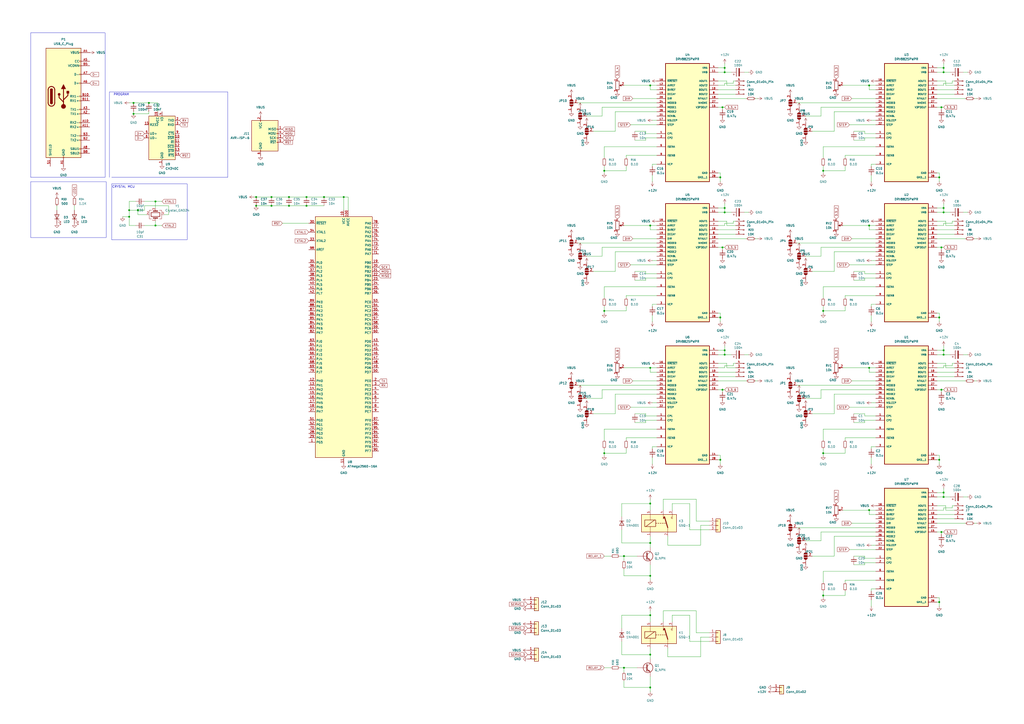
<source format=kicad_sch>
(kicad_sch (version 20250114) (generator "eeschema") (generator_version "9.0")
  (paper "A2")
  (title_block (title "PickOMatic") (date "2025-11-09") (rev "v0.1") (company "RMINGON"))
  (rectangle (start 17.78 19.05) (end 60.96 102.87))
  (rectangle (start 64.77 106.68) (end 108.585 139.065))
  (rectangle (start 17.78 105.41) (end 61.595 137.795))
  (text "PROGRAM" (at 65.786 55.626 0) (effects (font (size 1.27 1.27)) (justify left bottom)))
  (text "CRYSTAL MCU" (at 71.628 108.458 0) (effects (font (size 1.27 1.27))))
  (junction (at 546.1 308.61))
  (junction (at 420.37 41.91))
  (junction (at 157.48 114.3))
  (junction (at 377.19 398.78))
  (junction (at 177.8 114.3))
  (junction (at 177.8 119.38))
  (junction (at 377.19 379.73))
  (junction (at 547.37 41.91))
  (junction (at 420.37 39.37))
  (junction (at 417.83 102.87))
  (junction (at 377.19 356.87))
  (junction (at 477.52 262.89))
  (junction (at 377.19 314.96))
  (junction (at 504.19 295.91))
  (junction (at 377.19 334.01))
  (junction (at 350.52 262.89))
  (junction (at 419.1 143.51))
  (junction (at 77.47 59.69))
  (junction (at 546.1 143.51))
  (junction (at 148.59 114.3))
  (junction (at 377.19 49.53))
  (junction (at 86.36 59.69))
  (junction (at 544.83 349.25))
  (junction (at 419.1 226.06))
  (junction (at 504.19 130.81))
  (junction (at 361.95 387.35))
  (junction (at 546.1 226.06))
  (junction (at 80.01 121.92))
  (junction (at 167.64 119.38))
  (junction (at 547.37 120.65))
  (junction (at 420.37 123.19))
  (junction (at 544.83 102.87))
  (junction (at 477.52 180.34))
  (junction (at 74.93 121.92))
  (junction (at 420.37 120.65))
  (junction (at 74.93 125.73))
  (junction (at 350.52 99.06))
  (junction (at 504.19 49.53))
  (junction (at 546.1 62.23))
  (junction (at 547.37 39.37))
  (junction (at 419.1 62.23))
  (junction (at 420.37 205.74))
  (junction (at 148.59 119.38))
  (junction (at 157.48 119.38))
  (junction (at 547.37 288.29))
  (junction (at 350.52 180.34))
  (junction (at 377.19 130.81))
  (junction (at 547.37 203.2))
  (junction (at 547.37 205.74))
  (junction (at 477.52 99.06))
  (junction (at 361.95 322.58))
  (junction (at 504.19 213.36))
  (junction (at 547.37 123.19))
  (junction (at 377.19 292.1))
  (junction (at 544.83 266.7))
  (junction (at 544.83 184.15))
  (junction (at 90.17 116.84))
  (junction (at 377.19 213.36))
  (junction (at 167.64 114.3))
  (junction (at 547.37 285.75))
  (junction (at 417.83 184.15))
  (junction (at 77.47 66.04))
  (junction (at 417.83 266.7))
  (junction (at 90.17 130.81))
  (junction (at 477.52 345.44))
  (junction (at 420.37 203.2))
  (junction (at 187.96 114.3))
  (junction (at 199.39 114.3))
  (wire (pts (xy 547.37 205.74) (xy 551.18 205.74)))
  (wire (pts (xy 490.22 177.8) (xy 490.22 180.34)))
  (wire (pts (xy 361.95 394.97) (xy 361.95 398.78)))
  (wire (pts (xy 367.03 220.98) (xy 381 220.98)))
  (wire (pts (xy 543.56 349.25) (xy 544.83 349.25)))
  (wire (pts (xy 547.37 41.91) (xy 543.56 41.91)))
  (wire (pts (xy 548.64 210.82) (xy 548.64 213.36)))
  (wire (pts (xy 350.52 99.06) (xy 350.52 100.33)))
  (wire (pts (xy 350.52 99.06) (xy 363.22 99.06)))
  (wire (pts (xy 381 166.37) (xy 350.52 166.37)))
  (wire (pts (xy 543.56 130.81) (xy 547.37 130.81)))
  (wire (pts (xy 477.52 342.9) (xy 477.52 345.44)))
  (wire (pts (xy 543.56 133.35) (xy 553.72 133.35)))
  (wire (pts (xy 361.95 387.35) (xy 369.57 387.35)))
  (wire (pts (xy 558.8 123.19) (xy 561.34 123.19)))
  (wire (pts (xy 477.52 180.34) (xy 477.52 181.61)))
  (wire (pts (xy 508 133.35) (xy 504.19 133.35)))
  (wire (pts (xy 490.22 96.52) (xy 490.22 99.06)))
  (wire (pts (xy 543.56 181.61) (xy 544.83 181.61)))
  (wire (pts (xy 148.59 114.3) (xy 157.48 114.3)))
  (wire (pts (xy 552.45 210.82) (xy 553.72 210.82)))
  (wire (pts (xy 356.87 64.77) (xy 381 64.77)))
  (wire (pts (xy 344.17 76.2) (xy 356.87 76.2)))
  (wire (pts (xy 419.1 63.5) (xy 419.1 62.23)))
  (wire (pts (xy 547.37 205.74) (xy 543.56 205.74)))
  (wire (pts (xy 421.64 128.27) (xy 421.64 130.81)))
  (wire (pts (xy 86.36 66.04) (xy 77.47 66.04)))
  (wire (pts (xy 381 52.07) (xy 377.19 52.07)))
  (wire (pts (xy 377.19 356.87) (xy 377.19 360.68)))
  (wire (pts (xy 416.56 181.61) (xy 417.83 181.61)))
  (wire (pts (xy 381 215.9) (xy 377.19 215.9)))
  (wire (pts (xy 488.95 295.91) (xy 504.19 295.91)))
  (wire (pts (xy 416.56 213.36) (xy 420.37 213.36)))
  (wire (pts (xy 403.86 302.26) (xy 403.86 289.56)))
  (wire (pts (xy 378.46 151.13) (xy 381 151.13)))
  (wire (pts (xy 543.56 303.53) (xy 560.07 303.53)))
  (wire (pts (xy 411.48 369.57) (xy 406.4 369.57)))
  (wire (pts (xy 416.56 100.33) (xy 417.83 100.33)))
  (wire (pts (xy 467.36 313.69) (xy 476.25 313.69)))
  (wire (pts (xy 83.82 119.38) (xy 83.82 121.92)))
  (wire (pts (xy 360.68 314.96) (xy 360.68 307.34)))
  (wire (pts (xy 508 254) (xy 490.22 254)))
  (wire (pts (xy 411.48 367.03) (xy 403.86 367.03)))
  (wire (pts (xy 543.56 295.91) (xy 547.37 295.91)))
  (wire (pts (xy 389.89 356.87) (xy 389.89 360.68)))
  (wire (pts (xy 377.19 334.01) (xy 377.19 336.55)))
  (wire (pts (xy 350.52 180.34) (xy 350.52 181.61)))
  (wire (pts (xy 547.37 295.91) (xy 547.37 294.64)))
  (wire (pts (xy 420.37 205.74) (xy 424.18 205.74)))
  (wire (pts (xy 505.46 265.43) (xy 505.46 269.24)))
  (wire (pts (xy 546.1 226.06) (xy 543.56 226.06)))
  (wire (pts (xy 416.56 46.99) (xy 421.64 46.99)))
  (wire (pts (xy 552.45 129.54) (xy 552.45 128.27)))
  (wire (pts (xy 547.37 120.65) (xy 547.37 123.19)))
  (wire (pts (xy 501.65 80.01) (xy 501.65 81.28)))
  (wire (pts (xy 425.45 128.27) (xy 426.72 128.27)))
  (wire (pts (xy 467.36 148.59) (xy 476.25 148.59)))
  (wire (pts (xy 368.3 81.28) (xy 374.65 81.28)))
  (wire (pts (xy 33.02 119.38) (xy 33.02 121.92)))
  (wire (pts (xy 387.35 311.15) (xy 387.35 316.23)))
  (wire (pts (xy 361.95 49.53) (xy 377.19 49.53)))
  (wire (pts (xy 359.41 322.58) (xy 361.95 322.58)))
  (wire (pts (xy 477.52 345.44) (xy 477.52 346.71)))
  (wire (pts (xy 544.83 102.87) (xy 544.83 105.41)))
  (wire (pts (xy 416.56 220.98) (xy 433.07 220.98)))
  (wire (pts (xy 411.48 372.11) (xy 400.05 372.11)))
  (wire (pts (xy 421.64 130.81) (xy 426.72 130.81)))
  (wire (pts (xy 467.36 231.14) (xy 476.25 231.14)))
  (wire (pts (xy 546.1 143.51) (xy 543.56 143.51)))
  (wire (pts (xy 406.4 316.23) (xy 387.35 316.23)))
  (wire (pts (xy 91.44 64.77) (xy 91.44 59.69)))
  (wire (pts (xy 425.45 129.54) (xy 425.45 128.27)))
  (wire (pts (xy 420.37 130.81) (xy 420.37 129.54)))
  (wire (pts (xy 403.86 354.33) (xy 384.81 354.33)))
  (wire (pts (xy 374.65 80.01) (xy 374.65 81.28)))
  (wire (pts (xy 508 80.01) (xy 501.65 80.01)))
  (wire (pts (xy 378.46 96.52) (xy 378.46 95.25)))
  (wire (pts (xy 416.56 210.82) (xy 421.64 210.82)))
  (wire (pts (xy 377.19 379.73) (xy 360.68 379.73)))
  (wire (pts (xy 547.37 39.37) (xy 547.37 41.91)))
  (wire (pts (xy 349.25 143.51) (xy 349.25 148.59)))
  (wire (pts (xy 421.64 49.53) (xy 426.72 49.53)))
  (wire (pts (xy 419.1 62.23) (xy 416.56 62.23)))
  (wire (pts (xy 547.37 285.75) (xy 547.37 288.29)))
  (wire (pts (xy 43.18 119.38) (xy 43.18 121.92)))
  (wire (pts (xy 501.65 158.75) (xy 501.65 157.48)))
  (wire (pts (xy 508 226.06) (xy 476.25 226.06)))
  (wire (pts (xy 403.86 367.03) (xy 403.86 354.33)))
  (wire (pts (xy 488.95 213.36) (xy 504.19 213.36)))
  (wire (pts (xy 378.46 69.85) (xy 381 69.85)))
  (wire (pts (xy 543.56 346.71) (xy 544.83 346.71)))
  (wire (pts (xy 367.03 57.15) (xy 381 57.15)))
  (wire (pts (xy 543.56 213.36) (xy 547.37 213.36)))
  (wire (pts (xy 381 171.45) (xy 363.22 171.45)))
  (wire (pts (xy 381 62.23) (xy 349.25 62.23)))
  (wire (pts (xy 490.22 90.17) (xy 490.22 91.44)))
  (wire (pts (xy 378.46 101.6) (xy 378.46 105.41)))
  (wire (pts (xy 363.22 90.17) (xy 363.22 91.44)))
  (wire (pts (xy 421.64 210.82) (xy 421.64 213.36)))
  (wire (pts (xy 547.37 129.54) (xy 552.45 129.54)))
  (wire (pts (xy 350.52 166.37) (xy 350.52 172.72)))
  (wire (pts (xy 505.46 69.85) (xy 508 69.85)))
  (wire (pts (xy 477.52 99.06) (xy 477.52 100.33)))
  (wire (pts (xy 421.64 213.36) (xy 426.72 213.36)))
  (wire (pts (xy 483.87 64.77) (xy 508 64.77)))
  (wire (pts (xy 378.46 265.43) (xy 378.46 269.24)))
  (wire (pts (xy 406.4 381) (xy 387.35 381)))
  (wire (pts (xy 416.56 264.16) (xy 417.83 264.16)))
  (wire (pts (xy 462.28 59.69) (xy 508 59.69)))
  (wire (pts (xy 495.3 157.48) (xy 501.65 157.48)))
  (wire (pts (xy 147.32 114.3) (xy 148.59 114.3)))
  (wire (pts (xy 508 143.51) (xy 476.25 143.51)))
  (wire (pts (xy 547.37 130.81) (xy 547.37 129.54)))
  (wire (pts (xy 361.95 322.58) (xy 361.95 325.12)))
  (wire (pts (xy 543.56 135.89) (xy 553.72 135.89)))
  (wire (pts (xy 547.37 288.29) (xy 551.18 288.29)))
  (wire (pts (xy 381 254) (xy 363.22 254)))
  (wire (pts (xy 378.46 259.08) (xy 381 259.08)))
  (wire (pts (xy 505.46 96.52) (xy 505.46 95.25)))
  (wire (pts (xy 77.47 59.69) (xy 86.36 59.69)))
  (wire (pts (xy 546.1 143.51) (xy 547.37 143.51)))
  (wire (pts (xy 74.93 121.92) (xy 74.93 125.73)))
  (wire (pts (xy 543.56 210.82) (xy 548.64 210.82)))
  (wire (pts (xy 377.19 49.53) (xy 381 49.53)))
  (wire (pts (xy 389.89 292.1) (xy 389.89 295.91)))
  (wire (pts (xy 417.83 264.16) (xy 417.83 266.7)))
  (wire (pts (xy 368.3 76.2) (xy 374.65 76.2)))
  (wire (pts (xy 505.46 342.9) (xy 505.46 341.63)))
  (wire (pts (xy 504.19 130.81) (xy 508 130.81)))
  (wire (pts (xy 477.52 262.89) (xy 490.22 262.89)))
  (wire (pts (xy 425.45 212.09) (xy 425.45 210.82)))
  (wire (pts (xy 565.15 138.43) (xy 566.42 138.43)))
  (wire (pts (xy 543.56 102.87) (xy 544.83 102.87)))
  (wire (pts (xy 483.87 311.15) (xy 508 311.15)))
  (wire (pts (xy 381 241.3) (xy 374.65 241.3)))
  (wire (pts (xy 416.56 49.53) (xy 420.37 49.53)))
  (wire (pts (xy 360.68 356.87) (xy 377.19 356.87)))
  (wire (pts (xy 356.87 76.2) (xy 356.87 64.77)))
  (wire (pts (xy 374.65 158.75) (xy 374.65 157.48)))
  (wire (pts (xy 547.37 213.36) (xy 547.37 212.09)))
  (wire (pts (xy 420.37 200.66) (xy 420.37 203.2)))
  (wire (pts (xy 95.25 124.46) (xy 97.79 124.46)))
  (wire (pts (xy 360.68 292.1) (xy 377.19 292.1)))
  (wire (pts (xy 543.56 46.99) (xy 548.64 46.99)))
  (wire (pts (xy 508 308.61) (xy 476.25 308.61)))
  (wire (pts (xy 420.37 212.09) (xy 425.45 212.09)))
  (wire (pts (xy 374.65 241.3) (xy 374.65 240.03)))
  (wire (pts (xy 74.93 116.84) (xy 78.74 116.84)))
  (wire (pts (xy 477.52 248.92) (xy 477.52 255.27)))
  (wire (pts (xy 350.52 85.09) (xy 350.52 91.44)))
  (wire (pts (xy 504.19 130.81) (xy 504.19 133.35)))
  (wire (pts (xy 546.1 308.61) (xy 543.56 308.61)))
  (wire (pts (xy 356.87 240.03) (xy 356.87 228.6)))
  (wire (pts (xy 488.95 49.53) (xy 504.19 49.53)))
  (wire (pts (xy 543.56 293.37) (xy 548.64 293.37)))
  (wire (pts (xy 167.64 119.38) (xy 177.8 119.38)))
  (wire (pts (xy 416.56 39.37) (xy 420.37 39.37)))
  (wire (pts (xy 504.19 213.36) (xy 504.19 215.9)))
  (wire (pts (xy 552.45 212.09) (xy 552.45 210.82)))
  (wire (pts (xy 508 298.45) (xy 504.19 298.45)))
  (wire (pts (xy 548.64 130.81) (xy 553.72 130.81)))
  (wire (pts (xy 543.56 54.61) (xy 553.72 54.61)))
  (wire (pts (xy 406.4 369.57) (xy 406.4 381)))
  (wire (pts (xy 543.56 285.75) (xy 547.37 285.75)))
  (wire (pts (xy 78.74 130.81) (xy 74.93 130.81)))
  (wire (pts (xy 492.76 318.77) (xy 508 318.77)))
  (wire (pts (xy 400.05 356.87) (xy 389.89 356.87)))
  (wire (pts (xy 548.64 293.37) (xy 548.64 295.91)))
  (wire (pts (xy 543.56 215.9) (xy 553.72 215.9)))
  (wire (pts (xy 490.22 342.9) (xy 490.22 345.44)))
  (wire (pts (xy 425.45 210.82) (xy 426.72 210.82)))
  (wire (pts (xy 419.1 62.23) (xy 420.37 62.23)))
  (wire (pts (xy 420.37 205.74) (xy 416.56 205.74)))
  (polyline (pts (xy 63.5 53.34) (xy 63.5 102.87)))
  (wire (pts (xy 558.8 41.91) (xy 561.34 41.91)))
  (wire (pts (xy 378.46 95.25) (xy 381 95.25)))
  (polyline (pts (xy 132.08 53.34) (xy 63.5 53.34)))
  (wire (pts (xy 83.82 130.81) (xy 90.17 130.81)))
  (wire (pts (xy 462.28 223.52) (xy 508 223.52)))
  (wire (pts (xy 543.56 184.15) (xy 544.83 184.15)))
  (wire (pts (xy 492.76 236.22) (xy 508 236.22)))
  (wire (pts (xy 377.19 314.96) (xy 377.19 317.5)))
  (wire (pts (xy 544.83 264.16) (xy 544.83 266.7)))
  (wire (pts (xy 508 243.84) (xy 501.65 243.84)))
  (wire (pts (xy 420.37 213.36) (xy 420.37 212.09)))
  (wire (pts (xy 501.65 323.85) (xy 501.65 322.58)))
  (wire (pts (xy 420.37 36.83) (xy 420.37 39.37)))
  (wire (pts (xy 344.17 240.03) (xy 356.87 240.03)))
  (wire (pts (xy 471.17 240.03) (xy 483.87 240.03)))
  (wire (pts (xy 411.48 302.26) (xy 403.86 302.26)))
  (wire (pts (xy 558.8 288.29) (xy 561.34 288.29)))
  (wire (pts (xy 363.22 260.35) (xy 363.22 262.89)))
  (wire (pts (xy 400.05 292.1) (xy 389.89 292.1)))
  (wire (pts (xy 420.37 129.54) (xy 425.45 129.54)))
  (wire (pts (xy 477.52 99.06) (xy 490.22 99.06)))
  (wire (pts (xy 419.1 143.51) (xy 420.37 143.51)))
  (wire (pts (xy 420.37 118.11) (xy 420.37 120.65)))
  (wire (pts (xy 199.39 121.92) (xy 199.39 114.3)))
  (wire (pts (xy 350.52 180.34) (xy 363.22 180.34)))
  (wire (pts (xy 90.17 116.84) (xy 93.98 116.84)))
  (wire (pts (xy 419.1 227.33) (xy 419.1 226.06)))
  (wire (pts (xy 504.19 49.53) (xy 508 49.53)))
  (wire (pts (xy 483.87 146.05) (xy 508 146.05)))
  (wire (pts (xy 543.56 100.33) (xy 544.83 100.33)))
  (wire (pts (xy 477.52 85.09) (xy 477.52 91.44)))
  (wire (pts (xy 495.3 327.66) (xy 501.65 327.66)))
  (wire (pts (xy 363.22 254) (xy 363.22 255.27)))
  (wire (pts (xy 416.56 218.44) (xy 426.72 218.44)))
  (wire (pts (xy 467.36 67.31) (xy 476.25 67.31)))
  (wire (pts (xy 548.64 49.53) (xy 553.72 49.53)))
  (wire (pts (xy 335.28 59.69) (xy 381 59.69)))
  (wire (pts (xy 340.36 148.59) (xy 349.25 148.59)))
  (wire (pts (xy 86.36 59.69) (xy 91.44 59.69)))
  (wire (pts (xy 548.64 295.91) (xy 553.72 295.91)))
  (wire (pts (xy 495.3 76.2) (xy 501.65 76.2)))
  (wire (pts (xy 543.56 300.99) (xy 553.72 300.99)))
  (wire (pts (xy 368.3 240.03) (xy 374.65 240.03)))
  (wire (pts (xy 74.93 125.73) (xy 71.12 125.73)))
  (wire (pts (xy 384.81 354.33) (xy 384.81 360.68)))
  (wire (pts (xy 177.8 119.38) (xy 187.96 119.38)))
  (wire (pts (xy 377.19 213.36) (xy 381 213.36)))
  (wire (pts (xy 483.87 157.48) (xy 483.87 146.05)))
  (wire (pts (xy 477.52 260.35) (xy 477.52 262.89)))
  (wire (pts (xy 547.37 283.21) (xy 547.37 285.75)))
  (wire (pts (xy 543.56 264.16) (xy 544.83 264.16)))
  (wire (pts (xy 361.95 130.81) (xy 377.19 130.81)))
  (wire (pts (xy 508 336.55) (xy 490.22 336.55)))
  (wire (pts (xy 546.1 308.61) (xy 547.37 308.61)))
  (polyline (pts (xy 132.08 102.87) (xy 132.08 53.34)))
  (wire (pts (xy 167.64 114.3) (xy 177.8 114.3)))
  (wire (pts (xy 417.83 184.15) (xy 417.83 186.69)))
  (wire (pts (xy 85.09 124.46) (xy 80.01 124.46)))
  (wire (pts (xy 508 85.09) (xy 477.52 85.09)))
  (wire (pts (xy 546.1 62.23) (xy 543.56 62.23)))
  (wire (pts (xy 543.56 218.44) (xy 553.72 218.44)))
  (wire (pts (xy 74.93 130.81) (xy 74.93 125.73)))
  (wire (pts (xy 544.83 181.61) (xy 544.83 184.15)))
  (wire (pts (xy 494.03 57.15) (xy 508 57.15)))
  (wire (pts (xy 544.83 346.71) (xy 544.83 349.25)))
  (wire (pts (xy 406.4 304.8) (xy 406.4 316.23)))
  (wire (pts (xy 378.46 176.53) (xy 381 176.53)))
  (polyline (pts (xy 64.77 102.87) (xy 132.08 102.87)))
  (wire (pts (xy 361.95 322.58) (xy 369.57 322.58)))
  (wire (pts (xy 350.52 260.35) (xy 350.52 262.89)))
  (wire (pts (xy 462.28 140.97) (xy 508 140.97)))
  (wire (pts (xy 543.56 52.07) (xy 553.72 52.07)))
  (wire (pts (xy 420.37 48.26) (xy 425.45 48.26)))
  (wire (pts (xy 420.37 203.2) (xy 420.37 205.74)))
  (wire (pts (xy 505.46 316.23) (xy 508 316.23)))
  (wire (pts (xy 377.19 311.15) (xy 377.19 314.96)))
  (wire (pts (xy 403.86 289.56) (xy 384.81 289.56)))
  (wire (pts (xy 374.65 77.47) (xy 374.65 76.2)))
  (wire (pts (xy 544.83 100.33) (xy 544.83 102.87)))
  (wire (pts (xy 462.28 306.07) (xy 508 306.07)))
  (wire (pts (xy 505.46 176.53) (xy 508 176.53)))
  (wire (pts (xy 361.95 213.36) (xy 377.19 213.36)))
  (wire (pts (xy 476.25 143.51) (xy 476.25 148.59)))
  (wire (pts (xy 163.83 129.54) (xy 179.07 129.54)))
  (wire (pts (xy 381 243.84) (xy 374.65 243.84)))
  (wire (pts (xy 416.56 266.7) (xy 417.83 266.7)))
  (wire (pts (xy 360.68 364.49) (xy 360.68 356.87)))
  (wire (pts (xy 508 215.9) (xy 504.19 215.9)))
  (wire (pts (xy 381 226.06) (xy 349.25 226.06)))
  (wire (pts (xy 547.37 48.26) (xy 552.45 48.26)))
  (wire (pts (xy 360.68 379.73) (xy 360.68 372.11)))
  (wire (pts (xy 565.15 303.53) (xy 566.42 303.53)))
  (wire (pts (xy 495.3 322.58) (xy 501.65 322.58)))
  (wire (pts (xy 90.17 130.81) (xy 93.98 130.81)))
  (wire (pts (xy 508 241.3) (xy 501.65 241.3)))
  (wire (pts (xy 483.87 228.6) (xy 508 228.6)))
  (wire (pts (xy 377.19 375.92) (xy 377.19 379.73)))
  (wire (pts (xy 365.76 72.39) (xy 381 72.39)))
  (wire (pts (xy 501.65 161.29) (xy 501.65 162.56)))
  (wire (pts (xy 546.1 62.23) (xy 547.37 62.23)))
  (wire (pts (xy 356.87 146.05) (xy 381 146.05)))
  (wire (pts (xy 417.83 100.33) (xy 417.83 102.87)))
  (wire (pts (xy 505.46 177.8) (xy 505.46 176.53)))
  (wire (pts (xy 359.41 387.35) (xy 361.95 387.35)))
  (wire (pts (xy 544.83 349.25) (xy 544.83 351.79)))
  (wire (pts (xy 157.48 119.38) (xy 167.64 119.38)))
  (wire (pts (xy 477.52 262.89) (xy 477.52 264.16)))
  (wire (pts (xy 381 143.51) (xy 349.25 143.51)))
  (wire (pts (xy 543.56 220.98) (xy 560.07 220.98)))
  (wire (pts (xy 387.35 375.92) (xy 387.35 381)))
  (wire (pts (xy 495.3 245.11) (xy 501.65 245.11)))
  (wire (pts (xy 543.56 128.27) (xy 548.64 128.27)))
  (wire (pts (xy 420.37 123.19) (xy 424.18 123.19)))
  (wire (pts (xy 558.8 205.74) (xy 561.34 205.74)))
  (wire (pts (xy 546.1 227.33) (xy 546.1 226.06)))
  (wire (pts (xy 431.8 205.74) (xy 434.34 205.74)))
  (wire (pts (xy 378.46 177.8) (xy 378.46 176.53)))
  (wire (pts (xy 492.76 153.67) (xy 508 153.67)))
  (wire (pts (xy 419.1 226.06) (xy 420.37 226.06)))
  (wire (pts (xy 157.48 114.3) (xy 167.64 114.3)))
  (wire (pts (xy 504.19 295.91) (xy 504.19 298.45)))
  (wire (pts (xy 90.17 128.27) (xy 90.17 130.81)))
  (wire (pts (xy 350.52 322.58) (xy 354.33 322.58)))
  (wire (pts (xy 360.68 299.72) (xy 360.68 292.1)))
  (wire (pts (xy 508 62.23) (xy 476.25 62.23)))
  (wire (pts (xy 543.56 203.2) (xy 547.37 203.2)))
  (wire (pts (xy 494.03 303.53) (xy 508 303.53)))
  (wire (pts (xy 477.52 96.52) (xy 477.52 99.06)))
  (wire (pts (xy 416.56 57.15) (xy 433.07 57.15)))
  (wire (pts (xy 471.17 157.48) (xy 483.87 157.48)))
  (wire (pts (xy 543.56 57.15) (xy 560.07 57.15)))
  (wire (pts (xy 548.64 213.36) (xy 553.72 213.36)))
  (wire (pts (xy 548.64 46.99) (xy 548.64 49.53)))
  (wire (pts (xy 495.3 81.28) (xy 501.65 81.28)))
  (wire (pts (xy 374.65 243.84) (xy 374.65 245.11)))
  (wire (pts (xy 547.37 49.53) (xy 547.37 48.26)))
  (wire (pts (xy 508 248.92) (xy 477.52 248.92)))
  (wire (pts (xy 381 248.92) (xy 350.52 248.92)))
  (wire (pts (xy 508 323.85) (xy 501.65 323.85)))
  (wire (pts (xy 148.59 119.38) (xy 157.48 119.38)))
  (wire (pts (xy 83.82 121.92) (xy 80.01 121.92)))
  (wire (pts (xy 431.8 123.19) (xy 434.34 123.19)))
  (wire (pts (xy 377.19 213.36) (xy 377.19 215.9)))
  (wire (pts (xy 416.56 133.35) (xy 426.72 133.35)))
  (wire (pts (xy 425.45 48.26) (xy 425.45 46.99)))
  (wire (pts (xy 547.37 200.66) (xy 547.37 203.2)))
  (wire (pts (xy 505.46 182.88) (xy 505.46 186.69)))
  (wire (pts (xy 505.46 101.6) (xy 505.46 105.41)))
  (wire (pts (xy 381 158.75) (xy 374.65 158.75)))
  (wire (pts (xy 504.19 49.53) (xy 504.19 52.07)))
  (wire (pts (xy 483.87 240.03) (xy 483.87 228.6)))
  (wire (pts (xy 501.65 243.84) (xy 501.65 245.11)))
  (wire (pts (xy 199.39 114.3) (xy 187.96 114.3)))
  (wire (pts (xy 97.79 119.38) (xy 83.82 119.38)))
  (wire (pts (xy 80.01 124.46) (xy 80.01 121.92)))
  (wire (pts (xy 505.46 347.98) (xy 505.46 351.79)))
  (wire (pts (xy 384.81 289.56) (xy 384.81 295.91)))
  (wire (pts (xy 505.46 260.35) (xy 505.46 259.08)))
  (wire (pts (xy 361.95 330.2) (xy 361.95 334.01)))
  (wire (pts (xy 501.65 77.47) (xy 501.65 76.2)))
  (wire (pts (xy 356.87 157.48) (xy 356.87 146.05)))
  (wire (pts (xy 504.19 213.36) (xy 508 213.36)))
  (wire (pts (xy 548.64 128.27) (xy 548.64 130.81)))
  (wire (pts (xy 477.52 166.37) (xy 477.52 172.72)))
  (wire (pts (xy 471.17 76.2) (xy 483.87 76.2)))
  (wire (pts (xy 350.52 96.52) (xy 350.52 99.06)))
  (wire (pts (xy 365.76 236.22) (xy 381 236.22)))
  (wire (pts (xy 420.37 41.91) (xy 424.18 41.91)))
  (wire (pts (xy 495.3 162.56) (xy 501.65 162.56)))
  (wire (pts (xy 377.19 130.81) (xy 377.19 133.35)))
  (wire (pts (xy 417.83 102.87) (xy 417.83 105.41)))
  (wire (pts (xy 501.65 241.3) (xy 501.65 240.03)))
  (wire (pts (xy 83.82 116.84) (xy 90.17 116.84)))
  (wire (pts (xy 416.56 52.07) (xy 426.72 52.07)))
  (wire (pts (xy 416.56 184.15) (xy 417.83 184.15)))
  (wire (pts (xy 543.56 266.7) (xy 544.83 266.7)))
  (wire (pts (xy 543.56 138.43) (xy 560.07 138.43)))
  (wire (pts (xy 565.15 220.98) (xy 566.42 220.98)))
  (wire (pts (xy 543.56 49.53) (xy 547.37 49.53)))
  (wire (pts (xy 547.37 118.11) (xy 547.37 120.65)))
  (wire (pts (xy 400.05 372.11) (xy 400.05 356.87)))
  (wire (pts (xy 377.19 354.33) (xy 377.19 356.87)))
  (wire (pts (xy 378.46 182.88) (xy 378.46 186.69)))
  (wire (pts (xy 552.45 294.64) (xy 552.45 293.37)))
  (wire (pts (xy 377.19 289.56) (xy 377.19 292.1)))
  (wire (pts (xy 490.22 254) (xy 490.22 255.27)))
  (wire (pts (xy 416.56 102.87) (xy 417.83 102.87)))
  (wire (pts (xy 416.56 120.65) (xy 420.37 120.65)))
  (wire (pts (xy 350.52 248.92) (xy 350.52 255.27)))
  (wire (pts (xy 476.25 62.23) (xy 476.25 67.31)))
  (wire (pts (xy 377.19 292.1) (xy 377.19 295.91)))
  (wire (pts (xy 483.87 76.2) (xy 483.87 64.77)))
  (wire (pts (xy 80.01 121.92) (xy 74.93 121.92)))
  (wire (pts (xy 340.36 231.14) (xy 349.25 231.14)))
  (wire (pts (xy 377.19 398.78) (xy 377.19 401.32)))
  (wire (pts (xy 381 133.35) (xy 377.19 133.35)))
  (wire (pts (xy 547.37 203.2) (xy 547.37 205.74)))
  (wire (pts (xy 368.3 245.11) (xy 374.65 245.11)))
  (wire (pts (xy 546.1 309.88) (xy 546.1 308.61)))
  (wire (pts (xy 74.93 59.69) (xy 77.47 59.69)))
  (wire (pts (xy 416.56 215.9) (xy 426.72 215.9)))
  (wire (pts (xy 90.17 116.84) (xy 90.17 120.65)))
  (wire (pts (xy 490.22 171.45) (xy 490.22 172.72)))
  (wire (pts (xy 377.19 49.53) (xy 377.19 52.07)))
  (wire (pts (xy 74.93 116.84) (xy 74.93 121.92)))
  (wire (pts (xy 420.37 49.53) (xy 420.37 48.26)))
  (wire (pts (xy 488.95 130.81) (xy 504.19 130.81)))
  (wire (pts (xy 377.19 379.73) (xy 377.19 382.27)))
  (wire (pts (xy 438.15 138.43) (xy 439.42 138.43)))
  (wire (pts (xy 349.25 62.23) (xy 349.25 67.31)))
  (wire (pts (xy 547.37 41.91) (xy 551.18 41.91)))
  (wire (pts (xy 177.8 114.3) (xy 187.96 114.3)))
  (wire (pts (xy 508 171.45) (xy 490.22 171.45)))
  (wire (pts (xy 420.37 120.65) (xy 420.37 123.19)))
  (wire (pts (xy 552.45 293.37) (xy 553.72 293.37)))
  (wire (pts (xy 419.1 226.06) (xy 416.56 226.06)))
  (wire (pts (xy 490.22 260.35) (xy 490.22 262.89)))
  (wire (pts (xy 416.56 128.27) (xy 421.64 128.27)))
  (wire (pts (xy 377.19 130.81) (xy 381 130.81)))
  (wire (pts (xy 77.47 66.04) (xy 77.47 64.77)))
  (wire (pts (xy 476.25 226.06) (xy 476.25 231.14)))
  (wire (pts (xy 543.56 120.65) (xy 547.37 120.65)))
  (wire (pts (xy 477.52 180.34) (xy 490.22 180.34)))
  (wire (pts (xy 411.48 304.8) (xy 406.4 304.8)))
  (wire (pts (xy 350.52 262.89) (xy 363.22 262.89)))
  (wire (pts (xy 361.95 387.35) (xy 361.95 389.89)))
  (wire (pts (xy 552.45 128.27) (xy 553.72 128.27)))
  (wire (pts (xy 419.1 143.51) (xy 416.56 143.51)))
  (wire (pts (xy 508 52.07) (xy 504.19 52.07)))
  (wire (pts (xy 508 161.29) (xy 501.65 161.29)))
  (wire (pts (xy 335.28 140.97) (xy 381 140.97)))
  (wire (pts (xy 419.1 144.78) (xy 419.1 143.51)))
  (wire (pts (xy 505.46 233.68) (xy 508 233.68)))
  (wire (pts (xy 368.3 162.56) (xy 374.65 162.56)))
  (wire (pts (xy 86.36 64.77) (xy 86.36 66.04)))
  (wire (pts (xy 411.48 307.34) (xy 400.05 307.34)))
  (wire (pts (xy 504.19 295.91) (xy 508 295.91)))
  (wire (pts (xy 505.46 259.08) (xy 508 259.08)))
  (wire (pts (xy 350.52 387.35) (xy 354.33 387.35)))
  (wire (pts (xy 505.46 151.13) (xy 508 151.13)))
  (wire (pts (xy 477.52 177.8) (xy 477.52 180.34)))
  (wire (pts (xy 420.37 41.91) (xy 416.56 41.91)))
  (wire (pts (xy 201.93 114.3) (xy 199.39 114.3)))
  (wire (pts (xy 552.45 46.99) (xy 553.72 46.99)))
  (wire (pts (xy 340.36 67.31) (xy 349.25 67.31)))
  (wire (pts (xy 381 85.09) (xy 350.52 85.09)))
  (wire (pts (xy 431.8 41.91) (xy 434.34 41.91)))
  (wire (pts (xy 438.15 220.98) (xy 439.42 220.98)))
  (wire (pts (xy 494.03 138.43) (xy 508 138.43)))
  (wire (pts (xy 378.46 260.35) (xy 378.46 259.08)))
  (wire (pts (xy 416.56 130.81) (xy 420.37 130.81)))
  (wire (pts (xy 416.56 203.2) (xy 420.37 203.2)))
  (wire (pts (xy 425.45 46.99) (xy 426.72 46.99)))
  (wire (pts (xy 381 77.47) (xy 374.65 77.47)))
  (wire (pts (xy 547.37 36.83) (xy 547.37 39.37)))
  (wire (pts (xy 508 158.75) (xy 501.65 158.75)))
  (wire (pts (xy 361.95 334.01) (xy 377.19 334.01)))
  (wire (pts (xy 350.52 177.8) (xy 350.52 180.34)))
  (wire (pts (xy 508 166.37) (xy 477.52 166.37)))
  (wire (pts (xy 547.37 212.09) (xy 552.45 212.09)))
  (wire (pts (xy 494.03 220.98) (xy 508 220.98)))
  (wire (pts (xy 477.52 345.44) (xy 490.22 345.44)))
  (wire (pts (xy 97.79 124.46) (xy 97.79 119.38)))
  (wire (pts (xy 547.37 123.19) (xy 551.18 123.19)))
  (wire (pts (xy 552.45 48.26) (xy 552.45 46.99)))
  (wire (pts (xy 381 161.29) (xy 374.65 161.29)))
  (wire (pts (xy 495.3 240.03) (xy 501.65 240.03)))
  (wire (pts (xy 363.22 177.8) (xy 363.22 180.34)))
  (wire (pts (xy 416.56 54.61) (xy 426.72 54.61)))
  (wire (pts (xy 374.65 161.29) (xy 374.65 162.56)))
  (wire (pts (xy 546.1 63.5) (xy 546.1 62.23)))
  (wire (pts (xy 543.56 298.45) (xy 553.72 298.45)))
  (wire (pts (xy 438.15 57.15) (xy 439.42 57.15)))
  (wire (pts (xy 349.25 226.06) (xy 349.25 231.14)))
  (wire (pts (xy 367.03 138.43) (xy 381 138.43)))
  (wire (pts (xy 368.3 157.48) (xy 374.65 157.48)))
  (wire (pts (xy 377.19 314.96) (xy 360.68 314.96)))
  (wire (pts (xy 421.64 46.99) (xy 421.64 49.53)))
  (wire (pts (xy 363.22 171.45) (xy 363.22 172.72)))
  (wire (pts (xy 377.19 334.01) (xy 377.19 327.66)))
  (wire (pts (xy 490.22 336.55) (xy 490.22 337.82)))
  (wire (pts (xy 543.56 39.37) (xy 547.37 39.37)))
  (wire (pts (xy 201.93 121.92) (xy 201.93 114.3)))
  (wire (pts (xy 381 90.17) (xy 363.22 90.17)))
  (wire (pts (xy 365.76 153.67) (xy 381 153.67)))
  (wire (pts (xy 471.17 322.58) (xy 483.87 322.58)))
  (wire (pts (xy 508 77.47) (xy 501.65 77.47)))
  (wire (pts (xy 381 80.01) (xy 374.65 80.01)))
  (wire (pts (xy 377.19 398.78) (xy 377.19 392.43)))
  (wire (pts (xy 492.76 72.39) (xy 508 72.39)))
  (wire (pts (xy 361.95 398.78) (xy 377.19 398.78)))
  (wire (pts (xy 416.56 135.89) (xy 426.72 135.89)))
  (wire (pts (xy 416.56 138.43) (xy 433.07 138.43)))
  (wire (pts (xy 546.1 144.78) (xy 546.1 143.51)))
  (wire (pts (xy 400.05 307.34) (xy 400.05 292.1)))
  (wire (pts (xy 547.37 288.29) (xy 543.56 288.29)))
  (wire (pts (xy 508 331.47) (xy 477.52 331.47)))
  (wire (pts (xy 477.52 331.47) (xy 477.52 337.82)))
  (wire (pts (xy 546.1 226.06) (xy 547.37 226.06)))
  (wire (pts (xy 501.65 326.39) (xy 501.65 327.66)))
  (wire (pts (xy 417.83 266.7) (xy 417.83 269.24)))
  (wire (pts (xy 547.37 123.19) (xy 543.56 123.19)))
  (wire (pts (xy 476.25 308.61) (xy 476.25 313.69)))
  (wire (pts (xy 363.22 96.52) (xy 363.22 99.06)))
  (wire (pts (xy 547.37 294.64) (xy 552.45 294.64)))
  (wire (pts (xy 356.87 228.6) (xy 381 228.6)))
  (wire (pts (xy 505.46 341.63) (xy 508 341.63)))
  (wire (pts (xy 508 90.17) (xy 490.22 90.17)))
  (wire (pts (xy 544.83 266.7) (xy 544.83 269.24)))
  (wire (pts (xy 420.37 39.37) (xy 420.37 41.91)))
  (wire (pts (xy 335.28 223.52) (xy 381 223.52)))
  (wire (pts (xy 350.52 262.89) (xy 350.52 264.16)))
  (wire (pts (xy 544.83 184.15) (xy 544.83 186.69)))
  (wire (pts (xy 344.17 157.48) (xy 356.87 157.48)))
  (wire (pts (xy 417.83 181.61) (xy 417.83 184.15)))
  (wire (pts (xy 378.46 233.68) (xy 381 233.68)))
  (wire (pts (xy 420.37 123.19) (xy 416.56 123.19)))
  (wire (pts (xy 505.46 95.25) (xy 508 95.25)))
  (wire (pts (xy 508 326.39) (xy 501.65 326.39)))
  (wire (pts (xy 483.87 322.58) (xy 483.87 311.15)))
  (wire (pts (xy 565.15 57.15) (xy 566.42 57.15)))
  (global_label "STEP" (shape input) (at 492.76 153.67 180) (property "Intersheetrefs" "${INTERSHEET_REFS}" (effects (hide yes))))
  (global_label "TX" (shape input) (at 104.14 72.39 0) (property "Intersheetrefs" "${INTERSHEET_REFS}" (effects (hide yes))))
  (global_label "3.3_7" (shape input) (at 485.14 292.1 90) (property "Intersheetrefs" "${INTERSHEET_REFS}" (effects (hide yes))))
  (global_label "LED1" (shape input) (at 43.18 114.3 90) (property "Intersheetrefs" "${INTERSHEET_REFS}" (effects (hide yes))))
  (global_label "STEP" (shape input) (at 492.76 236.22 180) (property "Intersheetrefs" "${INTERSHEET_REFS}" (effects (hide yes))))
  (global_label "MISO" (shape input) (at 163.83 74.93 0) (property "Intersheetrefs" "${INTERSHEET_REFS}" (effects (hide yes))))
  (global_label "3.3_3" (shape input) (at 547.37 62.23 0) (property "Intersheetrefs" "${INTERSHEET_REFS}" (effects (hide yes))))
  (global_label "3.3_2" (shape input) (at 547.37 143.51 0) (property "Intersheetrefs" "${INTERSHEET_REFS}" (effects (hide yes))))
  (global_label "3.3_4" (shape input) (at 420.37 62.23 0) (property "Intersheetrefs" "${INTERSHEET_REFS}" (effects (hide yes))))
  (global_label "RX" (shape input) (at 219.71 223.52 0) (property "Intersheetrefs" "${INTERSHEET_REFS}" (effects (hide yes))))
  (global_label "MOSI" (shape input) (at 163.83 77.47 0) (property "Intersheetrefs" "${INTERSHEET_REFS}" (effects (hide yes))))
  (global_label "SERVO_3" (shape input) (at 306.07 379.73 180) (property "Intersheetrefs" "${INTERSHEET_REFS}" (effects (hide yes))))
  (global_label "STEP" (shape input) (at 492.76 318.77 180) (property "Intersheetrefs" "${INTERSHEET_REFS}" (effects (hide yes))))
  (global_label "3.3_4" (shape input) (at 358.14 45.72 90) (property "Intersheetrefs" "${INTERSHEET_REFS}" (effects (hide yes))))
  (global_label "STEP" (shape input) (at 365.76 72.39 180) (property "Intersheetrefs" "${INTERSHEET_REFS}" (effects (hide yes))))
  (global_label "3.3_7" (shape input) (at 547.37 308.61 0) (property "Intersheetrefs" "${INTERSHEET_REFS}" (effects (hide yes))))
  (global_label "RST" (shape input) (at 104.14 90.17 0) (property "Intersheetrefs" "${INTERSHEET_REFS}" (effects (hide yes))))
  (global_label "XTAL2" (shape input) (at 179.07 139.7 180) (property "Intersheetrefs" "${INTERSHEET_REFS}" (effects (hide yes))))
  (global_label "SERVO_2" (shape input) (at 306.07 364.49 180) (property "Intersheetrefs" "${INTERSHEET_REFS}" (effects (hide yes))))
  (global_label "D-" (shape input) (at 83.82 80.01 180) (property "Intersheetrefs" "${INTERSHEET_REFS}" (effects (hide yes))))
  (global_label "DIR" (shape input) (at 494.03 220.98 180) (property "Intersheetrefs" "${INTERSHEET_REFS}" (effects (hide yes))))
  (global_label "DIR" (shape input) (at 494.03 138.43 180) (property "Intersheetrefs" "${INTERSHEET_REFS}" (effects (hide yes))))
  (global_label "SCK" (shape input) (at 219.71 154.94 0) (property "Intersheetrefs" "${INTERSHEET_REFS}" (effects (hide yes))))
  (global_label "DIR" (shape input) (at 367.03 138.43 180) (property "Intersheetrefs" "${INTERSHEET_REFS}" (effects (hide yes))))
  (global_label "3.3_5" (shape input) (at 358.14 127 90) (property "Intersheetrefs" "${INTERSHEET_REFS}" (effects (hide yes))))
  (global_label "RST" (shape input) (at 163.83 129.54 180) (property "Intersheetrefs" "${INTERSHEET_REFS}" (effects (hide yes))))
  (global_label "MISO" (shape input) (at 219.71 160.02 0) (property "Intersheetrefs" "${INTERSHEET_REFS}" (effects (hide yes))))
  (global_label "DIR" (shape input) (at 494.03 303.53 180) (property "Intersheetrefs" "${INTERSHEET_REFS}" (effects (hide yes))))
  (global_label "3.3_6" (shape input) (at 420.37 226.06 0) (property "Intersheetrefs" "${INTERSHEET_REFS}" (effects (hide yes))))
  (global_label "3.3_1" (shape input) (at 485.14 209.55 90) (property "Intersheetrefs" "${INTERSHEET_REFS}" (effects (hide yes))))
  (global_label "STEP" (shape input) (at 492.76 72.39 180) (property "Intersheetrefs" "${INTERSHEET_REFS}" (effects (hide yes))))
  (global_label "XTAL2" (shape input) (at 93.98 130.81 0) (property "Intersheetrefs" "${INTERSHEET_REFS}" (effects (hide yes))))
  (global_label "D+" (shape input) (at 52.07 48.26 0) (property "Intersheetrefs" "${INTERSHEET_REFS}" (effects (hide yes))))
  (global_label "3.3_6" (shape input) (at 358.14 209.55 90) (property "Intersheetrefs" "${INTERSHEET_REFS}" (effects (hide yes))))
  (global_label "SERVO_1" (shape input) (at 306.07 350.52 180) (property "Intersheetrefs" "${INTERSHEET_REFS}" (effects (hide yes))))
  (global_label "STEP" (shape input) (at 365.76 153.67 180) (property "Intersheetrefs" "${INTERSHEET_REFS}" (effects (hide yes))))
  (global_label "DIR" (shape input) (at 367.03 57.15 180) (property "Intersheetrefs" "${INTERSHEET_REFS}" (effects (hide yes))))
  (global_label "STEP" (shape input) (at 365.76 236.22 180) (property "Intersheetrefs" "${INTERSHEET_REFS}" (effects (hide yes))))
  (global_label "TX" (shape input) (at 219.71 220.98 0) (property "Intersheetrefs" "${INTERSHEET_REFS}" (effects (hide yes))))
  (global_label "DIR" (shape input) (at 494.03 57.15 180) (property "Intersheetrefs" "${INTERSHEET_REFS}" (effects (hide yes))))
  (global_label "XTAL1" (shape input) (at 179.07 134.62 180) (property "Intersheetrefs" "${INTERSHEET_REFS}" (effects (hide yes))))
  (global_label "RELAY_2" (shape input) (at 350.52 387.35 180) (property "Intersheetrefs" "${INTERSHEET_REFS}" (effects (hide yes))))
  (global_label "DIR" (shape input) (at 367.03 220.98 180) (property "Intersheetrefs" "${INTERSHEET_REFS}" (effects (hide yes))))
  (global_label "3.3_5" (shape input) (at 420.37 143.51 0) (property "Intersheetrefs" "${INTERSHEET_REFS}" (effects (hide yes))))
  (global_label "3.3_3" (shape input) (at 485.14 45.72 90) (property "Intersheetrefs" "${INTERSHEET_REFS}" (effects (hide yes))))
  (global_label "3.3_2" (shape input) (at 485.14 127 90) (property "Intersheetrefs" "${INTERSHEET_REFS}" (effects (hide yes))))
  (global_label "D+" (shape input) (at 83.82 77.47 180) (property "Intersheetrefs" "${INTERSHEET_REFS}" (effects (hide yes))))
  (global_label "SCK" (shape input) (at 163.83 80.01 0) (property "Intersheetrefs" "${INTERSHEET_REFS}" (effects (hide yes))))
  (global_label "RX" (shape input) (at 104.14 69.85 0) (property "Intersheetrefs" "${INTERSHEET_REFS}" (effects (hide yes))))
  (global_label "XTAL1" (shape input) (at 93.98 116.84 0) (property "Intersheetrefs" "${INTERSHEET_REFS}" (effects (hide yes))))
  (global_label "3.3_1" (shape input) (at 547.37 226.06 0) (property "Intersheetrefs" "${INTERSHEET_REFS}" (effects (hide yes))))
  (global_label "RELAY_1" (shape input) (at 350.52 322.58 180) (property "Intersheetrefs" "${INTERSHEET_REFS}" (effects (hide yes))))
  (global_label "RST" (shape input) (at 163.83 82.55 0) (property "Intersheetrefs" "${INTERSHEET_REFS}" (effects (hide yes))))
  (global_label "D-" (shape input) (at 52.07 43.18 0) (property "Intersheetrefs" "${INTERSHEET_REFS}" (effects (hide yes))))
  (global_label "MOSI" (shape input) (at 219.71 157.48 0) (property "Intersheetrefs" "${INTERSHEET_REFS}" (effects (hide yes))))
  (symbol (lib_id "power:GND") (at 546.1 68.58 0) (unit 1)
    (property "Reference" "#PWR050" (effects (hide yes)))
    (property "Value" "GND" (at 546.1 73.66 0))
    (property "Description" "Power symbol creates a global label with name \"GND\" , ground" (effects (hide yes)))
  )
  (symbol (lib_id "power:GND") (at 546.1 314.96 0) (unit 1)
    (property "Reference" "#PWR0122" (effects (hide yes)))
    (property "Value" "GND" (at 546.1 320.04 0))
    (property "Description" "Power symbol creates a global label with name \"GND\" , ground" (effects (hide yes)))
  )
  (symbol (lib_id "power:VBUS") (at 467.36 152.4 0) (unit 1)
    (property "Reference" "#PWR023" (effects (hide yes)))
    (property "Value" "VBUS" (at 467.36 147.32 0))
    (property "Description" "Power symbol creates a global label with name \"VBUS\"" (effects (hide yes)))
  )
  (symbol (lib_id "Connector:AVR-ISP-6") (at 153.67 80.01 0) (unit 1)
    (property "Reference" "J11" (at 144.78 77.4699 0) (effects (justify right)))
    (property "Value" "AVR-ISP-6" (at 144.78 80.0099 0) (effects (justify right)))
    (property "Footprint" "Connector_PinHeader_2.54mm:PinHeader_2x03_P2.54mm_Vertical" (effects (hide yes)))
    (property "Description" "Atmel 6-pin ISP connector" (effects (hide yes)))
  )
  (symbol (lib_id "power:VBUS") (at 147.32 114.3 90) (unit 1)
    (property "Reference" "#PWR0146" (effects (hide yes)))
    (property "Value" "VBUS" (at 143.51 114.2999 90) (effects (justify left)))
    (property "Description" "Power symbol creates a global label with name \"VBUS\"" (effects (hide yes)))
  )
  (symbol (lib_id "power:GND") (at 350.52 264.16 0) (unit 1)
    (property "Reference" "#PWR075" (effects (hide yes)))
    (property "Value" "GND" (at 350.52 269.24 0))
    (property "Description" "Power symbol creates a global label with name \"GND\" , ground" (effects (hide yes)))
  )
  (symbol (lib_id "Device:R_Small") (at 356.87 322.58 90) (unit 1)
    (property "Reference" "R31" (at 355.6 321.056 0) (effects (font (size 1.016 1.016)) (justify left)))
    (property "Value" "680" (at 358.14 321.31 0) (effects (justify left)))
    (property "Footprint" "Resistor_SMD:R_0603_1608Metric" (effects (hide yes)))
    (property "Description" "Resistor, small symbol" (effects (hide yes)))
  )
  (symbol (lib_id "Device:R_Potentiometer") (at 485.14 49.53 0) (unit 1)
    (property "Reference" "RV3" (at 482.6 48.2599 0) (effects (justify right)))
    (property "Value" "10k" (at 482.6 50.7999 0) (effects (justify right)))
    (property "Footprint" "Potentiometer_SMD:Potentiometer_Bourns_3269W_Vertical" (effects (hide yes)))
    (property "Description" "Potentiometer" (effects (hide yes)))
  )
  (symbol (lib_id "Device:R_Small") (at 562.61 138.43 90) (unit 1)
    (property "Reference" "R8" (at 562.61 133.35 90) (effects (font (size 1.016 1.016))))
    (property "Value" "10K" (at 562.61 135.89 90))
    (property "Footprint" "Resistor_SMD:R_0603_1608Metric" (effects (hide yes)))
    (property "Description" "Resistor, small symbol" (effects (hide yes)))
  )
  (symbol (lib_id "power:+12V") (at 505.46 186.69 180) (unit 1)
    (property "Reference" "#PWR029" (effects (hide yes)))
    (property "Value" "+12V" (at 505.46 191.77 0))
    (property "Description" "Power symbol creates a global label with name \"+12V\"" (effects (hide yes)))
  )
  (symbol (lib_id "power:GND") (at 336.55 72.39 0) (unit 1)
    (property "Reference" "#PWR062" (effects (hide yes)))
    (property "Value" "GND" (at 336.55 77.47 0))
    (property "Description" "Power symbol creates a global label with name \"GND\" , ground" (effects (hide yes)))
  )
  (symbol (lib_id "power:+12V") (at 377.19 289.56 0) (unit 1)
    (property "Reference" "#PWR0131" (effects (hide yes)))
    (property "Value" "+12V" (at 377.19 284.48 0))
    (property "Description" "Power symbol creates a global label with name \"+12V\"" (effects (hide yes)))
  )
  (symbol (lib_id "power:VBUS") (at 306.07 347.98 90) (unit 1)
    (property "Reference" "#PWR0147" (effects (hide yes)))
    (property "Value" "VBUS" (at 302.26 347.9799 90) (effects (justify left)))
    (property "Description" "Power symbol creates a global label with name \"VBUS\"" (effects (hide yes)))
  )
  (symbol (lib_id "Connector_Generic:Conn_01x03") (at 311.15 379.73 0) (unit 1)
    (property "Reference" "J14" (at 313.69 378.4599 0) (effects (justify left)))
    (property "Value" "Conn_01x03" (at 313.69 380.9999 0) (effects (justify left)))
    (property "Description" "Generic connector, single row, 01x03, script generated (kicad-library-utils/schlib/autogen/connector/)" (effects (hide yes)))
  )
  (symbol (lib_id "power:GND") (at 43.18 129.54 0) (unit 1)
    (property "Reference" "#PWR0136" (effects (hide yes)))
    (property "Value" "GND" (at 43.18 134.62 0))
    (property "Description" "Power symbol creates a global label with name \"GND\" , ground" (effects (hide yes)))
  )
  (symbol (lib_id "Jumper:SolderJumper_3_Open") (at 336.55 231.14 90) (unit 1) (in_bom no)
    (property "Reference" "JP15" (at 340.106 228.092 90) (effects (justify left)))
    (property "Value" "SolderJumper_3_Open" (effects (hide yes)))
    (property "Footprint" "Jumper:SolderJumper-3_P1.3mm_Open_RoundedPad1.0x1.5mm" (effects (hide yes)))
    (property "Description" "Solder Jumper, 3-pole, open" (effects (hide yes)))
  )
  (symbol (lib_id "Device:R_Small") (at 363.22 175.26 0) (unit 1)
    (property "Reference" "R17" (at 365.76 173.9899 0) (effects (font (size 1.016 1.016)) (justify left)))
    (property "Value" "0.10" (at 365.76 176.5299 0) (effects (justify left)))
    (property "Footprint" "Resistor_SMD:R_0603_1608Metric" (effects (hide yes)))
    (property "Description" "Resistor, small symbol" (effects (hide yes)))
  )
  (symbol (lib_id "power:VBUS") (at 467.36 234.95 0) (unit 1)
    (property "Reference" "#PWR05" (effects (hide yes)))
    (property "Value" "VBUS" (at 467.36 229.87 0))
    (property "Description" "Power symbol creates a global label with name \"VBUS\"" (effects (hide yes)))
  )
  (symbol (lib_id "Connector_Generic:Conn_01x03") (at 311.15 350.52 0) (unit 1)
    (property "Reference" "J12" (at 313.69 349.2499 0) (effects (justify left)))
    (property "Value" "Conn_01x03" (at 313.69 351.7899 0) (effects (justify left)))
    (property "Description" "Generic connector, single row, 01x03, script generated (kicad-library-utils/schlib/autogen/connector/)" (effects (hide yes)))
  )
  (symbol (lib_id "Connector:USB_C_Plug") (at 36.83 55.88 0) (unit 1)
    (property "Reference" "P1" (at 36.83 22.86 0))
    (property "Value" "USB_C_Plug" (at 36.83 25.4 0))
    (property "Footprint" "Connector_USB:USB_C_Receptacle_GCT_USB4105-xx-A_16P_TopMnt_Horizontal" (effects (hide yes)))
    (property "Datasheet" "https://www.usb.org/sites/default/files/documents/usb_type-c.zip" (effects (hide yes)))
    (property "Description" "USB Type-C Plug connector" (effects (hide yes)))
  )
  (symbol (lib_id "Jumper:SolderJumper_3_Open") (at 331.47 140.97 90) (unit 1) (in_bom no)
    (property "Reference" "JP11" (at 328.93 139.6999 90) (effects (justify left)))
    (property "Value" "SolderJumper_3_Open" (effects (hide yes)))
    (property "Footprint" "Jumper:SolderJumper-3_P1.3mm_Open_RoundedPad1.0x1.5mm" (effects (hide yes)))
    (property "Description" "Solder Jumper, 3-pole, open" (effects (hide yes)))
  )
  (symbol (lib_id "Connector:Conn_01x04_Pin") (at 558.8 133.35 180) (unit 1)
    (property "Reference" "J2" (at 560.07 130.8099 0) (effects (justify right)))
    (property "Value" "Conn_01x04_Pin" (at 560.07 128.778 0) (effects (justify right)))
    (property "Footprint" "TerminalBlock_Phoenix:TerminalBlock_Phoenix_MPT-0,5-4-2.54_1x04_P2.54mm_Horizontal" (effects (hide yes)))
    (property "Description" "Generic connector, single row, 01x04, script generated" (effects (hide yes)))
  )
  (symbol (lib_id "Diode:1N4001") (at 360.68 303.53 270) (unit 1)
    (property "Reference" "D2" (at 363.22 302.2599 90) (effects (justify left)))
    (property "Value" "1N4001" (at 363.22 304.7999 90) (effects (justify left)))
    (property "Footprint" "Diode_THT:D_DO-41_SOD81_P10.16mm_Horizontal" (effects (hide yes)))
    (property "Datasheet" "http://www.vishay.com/docs/88503/1n4001.pdf" (effects (hide yes)))
    (property "Description" "50V 1A General Purpose Rectifier Diode, DO-41" (effects (hide yes)))
    (property "Sim.Device" "D" (effects (hide yes)))
    (property "Sim.Pins" "1=K 2=A" (effects (hide yes)))
  )
  (symbol (lib_id "Device:C_Small") (at 77.47 62.23 0) (unit 1)
    (property "Reference" "C29" (at 80.01 60.9662 0) (effects (justify left)))
    (property "Value" "100nF" (at 80.01 63.5062 0) (effects (justify left)))
    (property "Footprint" "Capacitor_SMD:C_0603_1608Metric" (effects (hide yes)))
    (property "Description" "Unpolarized capacitor, small symbol" (effects (hide yes)))
  )
  (symbol (lib_id "Device:C_Small") (at 419.1 66.04 180) (unit 1)
    (property "Reference" "C19" (at 421.64 64.7635 0) (effects (justify right)))
    (property "Value" "0.47u" (at 421.64 67.3035 0) (effects (justify right)))
    (property "Footprint" "Capacitor_SMD:C_0603_1608Metric" (effects (hide yes)))
    (property "Description" "Unpolarized capacitor, small symbol" (effects (hide yes)))
  )
  (symbol (lib_id "power:GND") (at 463.55 318.77 0) (unit 1)
    (property "Reference" "#PWR0112" (effects (hide yes)))
    (property "Value" "GND" (at 463.55 323.85 0))
    (property "Description" "Power symbol creates a global label with name \"GND\" , ground" (effects (hide yes)))
  )
  (symbol (lib_id "power:GND") (at 448.31 398.78 270) (unit 1)
    (property "Reference" "#PWR0128" (effects (hide yes)))
    (property "Value" "GND" (at 444.5 398.7799 90) (effects (justify right)))
    (property "Description" "Power symbol creates a global label with name \"GND\" , ground" (effects (hide yes)))
  )
  (symbol (lib_id "Device:R_Small") (at 363.22 257.81 0) (unit 1)
    (property "Reference" "R18" (at 365.76 256.5399 0) (effects (font (size 1.016 1.016)) (justify left)))
    (property "Value" "0.10" (at 365.76 259.0799 0) (effects (justify left)))
    (property "Footprint" "Resistor_SMD:R_0603_1608Metric" (effects (hide yes)))
    (property "Description" "Resistor, small symbol" (effects (hide yes)))
  )
  (symbol (lib_id "power:GND") (at 377.19 336.55 0) (unit 1)
    (property "Reference" "#PWR0132" (effects (hide yes)))
    (property "Value" "GND" (at 377.19 341.63 0))
    (property "Description" "Power symbol creates a global label with name \"GND\" , ground" (effects (hide yes)))
  )
  (symbol (lib_id "Device:R_Small") (at 363.22 93.98 0) (unit 1)
    (property "Reference" "R16" (at 365.76 92.7099 0) (effects (font (size 1.016 1.016)) (justify left)))
    (property "Value" "0.10" (at 365.76 95.2499 0) (effects (justify left)))
    (property "Footprint" "Resistor_SMD:R_0603_1608Metric" (effects (hide yes)))
    (property "Description" "Resistor, small symbol" (effects (hide yes)))
  )
  (symbol (lib_id "power:VBUS") (at 467.36 71.12 0) (unit 1)
    (property "Reference" "#PWR041" (effects (hide yes)))
    (property "Value" "VBUS" (at 467.36 66.04 0))
    (property "Description" "Power symbol creates a global label with name \"VBUS\"" (effects (hide yes)))
  )
  (symbol (lib_id "Device:R_Small") (at 356.87 387.35 90) (unit 1)
    (property "Reference" "R30" (at 355.6 385.826 0) (effects (font (size 1.016 1.016)) (justify left)))
    (property "Value" "680" (at 358.14 386.08 0) (effects (justify left)))
    (property "Footprint" "Resistor_SMD:R_0603_1608Metric" (effects (hide yes)))
    (property "Description" "Resistor, small symbol" (effects (hide yes)))
  )
  (symbol (lib_id "power:GND") (at 77.47 66.04 0) (unit 1)
    (property "Reference" "#PWR0140" (effects (hide yes)))
    (property "Value" "GND" (at 77.47 71.12 0))
    (property "Description" "Power symbol creates a global label with name \"GND\" , ground" (effects (hide yes)))
  )
  (symbol (lib_id "power:GND") (at 434.34 205.74 90) (unit 1)
    (property "Reference" "#PWR0105" (effects (hide yes)))
    (property "Value" "GND" (at 438.15 205.7399 90) (effects (justify right)))
    (property "Description" "Power symbol creates a global label with name \"GND\" , ground" (effects (hide yes)))
  )
  (symbol (lib_id "power:GND") (at 306.07 367.03 270) (unit 1)
    (property "Reference" "#PWR0151" (effects (hide yes)))
    (property "Value" "GND" (at 302.26 367.0299 90) (effects (justify right)))
    (property "Description" "Power symbol creates a global label with name \"GND\" , ground" (effects (hide yes)))
  )
  (symbol (lib_id "power:GND") (at 340.36 245.11 0) (unit 1)
    (property "Reference" "#PWR072" (effects (hide yes)))
    (property "Value" "GND" (at 338.074 246.634 90))
    (property "Description" "Power symbol creates a global label with name \"GND\" , ground" (effects (hide yes)))
  )
  (symbol (lib_id "Device:R_Small") (at 490.22 175.26 0) (unit 1)
    (property "Reference" "R6" (at 492.76 173.9899 0) (effects (font (size 1.016 1.016)) (justify left)))
    (property "Value" "0.10" (at 492.76 176.5299 0) (effects (justify left)))
    (property "Footprint" "Resistor_SMD:R_0603_1608Metric" (effects (hide yes)))
    (property "Description" "Resistor, small symbol" (effects (hide yes)))
  )
  (symbol (lib_id "Connector:Conn_01x04_Pin") (at 558.8 52.07 180) (unit 1)
    (property "Reference" "J3" (at 560.07 49.5299 0) (effects (justify right)))
    (property "Value" "Conn_01x04_Pin" (at 560.07 47.498 0) (effects (justify right)))
    (property "Footprint" "TerminalBlock_Phoenix:TerminalBlock_Phoenix_MPT-0,5-4-2.54_1x04_P2.54mm_Horizontal" (effects (hide yes)))
    (property "Description" "Generic connector, single row, 01x04, script generated" (effects (hide yes)))
  )
  (symbol (lib_id "power:+12V") (at 420.37 36.83 0) (unit 1)
    (property "Reference" "#PWR097" (effects (hide yes)))
    (property "Value" "+12V" (at 420.37 31.75 0))
    (property "Description" "Power symbol creates a global label with name \"+12V\"" (effects (hide yes)))
  )
  (symbol (lib_id "power:VBUS") (at 74.93 59.69 90) (unit 1)
    (property "Reference" "#PWR0139" (effects (hide yes)))
    (property "Value" "VBUS" (at 71.12 59.6899 90) (effects (justify left)))
    (property "Description" "Power symbol creates a global label with name \"VBUS\"" (effects (hide yes)))
  )
  (symbol (lib_id "Device:C_Small") (at 505.46 180.34 180) (unit 1)
    (property "Reference" "C6" (at 508 179.0635 0) (effects (justify right)))
    (property "Value" "0.1u" (at 508 181.6035 0) (effects (justify right)))
    (property "Footprint" "Capacitor_SMD:C_0603_1608Metric" (effects (hide yes)))
    (property "Description" "Unpolarized capacitor, small symbol" (effects (hide yes)))
  )
  (symbol (lib_id "power:GND") (at 544.83 186.69 0) (unit 1)
    (property "Reference" "#PWR031" (effects (hide yes)))
    (property "Value" "GND" (at 544.83 191.77 0))
    (property "Description" "Power symbol creates a global label with name \"GND\" , ground" (effects (hide yes)))
  )
  (symbol (lib_id "Device:R_Small") (at 350.52 93.98 0) (unit 1)
    (property "Reference" "R13" (at 353.06 92.7099 0) (effects (font (size 1.016 1.016)) (justify left)))
    (property "Value" "0.10" (at 353.06 95.2499 0) (effects (justify left)))
    (property "Footprint" "Resistor_SMD:R_0603_1608Metric" (effects (hide yes)))
    (property "Description" "Resistor, small symbol" (effects (hide yes)))
  )
  (symbol (lib_id "Jumper:SolderJumper_3_Open") (at 463.55 67.31 90) (unit 1) (in_bom no)
    (property "Reference" "JP8" (at 467.106 64.262 90) (effects (justify left)))
    (property "Value" "SolderJumper_3_Open" (effects (hide yes)))
    (property "Footprint" "Jumper:SolderJumper-3_P1.3mm_Open_RoundedPad1.0x1.5mm" (effects (hide yes)))
    (property "Description" "Solder Jumper, 3-pole, open" (effects (hide yes)))
  )
  (symbol (lib_id "Device:C_Small") (at 505.46 345.44 180) (unit 1)
    (property "Reference" "C26" (at 508 344.1635 0) (effects (justify right)))
    (property "Value" "0.1u" (at 508 346.7035 0) (effects (justify right)))
    (property "Footprint" "Capacitor_SMD:C_0603_1608Metric" (effects (hide yes)))
    (property "Description" "Unpolarized capacitor, small symbol" (effects (hide yes)))
  )
  (symbol (lib_id "Jumper:SolderJumper_3_Open") (at 463.55 313.69 90) (unit 1) (in_bom no)
    (property "Reference" "JP20" (at 467.106 310.642 90) (effects (justify left)))
    (property "Value" "SolderJumper_3_Open" (effects (hide yes)))
    (property "Footprint" "Jumper:SolderJumper-3_P1.3mm_Open_RoundedPad1.0x1.5mm" (effects (hide yes)))
    (property "Description" "Solder Jumper, 3-pole, open" (effects (hide yes)))
  )
  (symbol (lib_id "power:VBUS") (at 381 210.82 90) (unit 1)
    (property "Reference" "#PWR090" (effects (hide yes)))
    (property "Value" "VBUS" (at 377.19 210.8199 90) (effects (justify left)))
    (property "Description" "Power symbol creates a global label with name \"VBUS\"" (effects (hide yes)))
  )
  (symbol (lib_id "power:GND") (at 485.14 53.34 0) (unit 1)
    (property "Reference" "#PWR045" (effects (hide yes)))
    (property "Value" "GND" (at 483.108 56.642 0))
    (property "Description" "Power symbol creates a global label with name \"GND\" , ground" (effects (hide yes)))
  )
  (symbol (lib_id "Diode:1N4001") (at 360.68 368.3 270) (unit 1)
    (property "Reference" "D1" (at 363.22 367.0299 90) (effects (justify left)))
    (property "Value" "1N4001" (at 363.22 369.5699 90) (effects (justify left)))
    (property "Footprint" "Diode_THT:D_DO-41_SOD81_P10.16mm_Horizontal" (effects (hide yes)))
    (property "Datasheet" "http://www.vishay.com/docs/88503/1n4001.pdf" (effects (hide yes)))
    (property "Description" "50V 1A General Purpose Rectifier Diode, DO-41" (effects (hide yes)))
    (property "Sim.Device" "D" (effects (hide yes)))
    (property "Sim.Pins" "1=K 2=A" (effects (hide yes)))
  )
  (symbol (lib_id "Device:C_Polarized") (at 554.99 288.29 90) (unit 1)
    (property "Reference" "C28" (at 554.99 281.94 90))
    (property "Value" "100n" (at 555.244 284.226 90))
    (property "Footprint" "Capacitor_SMD:CP_Elec_6.3x5.7" (effects (hide yes)))
    (property "Description" "Polarized capacitor" (effects (hide yes)))
  )
  (symbol (lib_id "Jumper:SolderJumper_3_Open") (at 340.36 157.48 90) (unit 1) (in_bom no)
    (property "Reference" "JP17" (at 344.678 154.94 90) (effects (justify left)))
    (property "Value" "SolderJumper_3_Open" (effects (hide yes)))
    (property "Footprint" "Jumper:SolderJumper-3_P1.3mm_Open_RoundedPad1.0x1.5mm" (effects (hide yes)))
    (property "Description" "Solder Jumper, 3-pole, open" (effects (hide yes)))
  )
  (symbol (lib_id "Device:C_Small") (at 187.96 116.84 180) (unit 1)
    (property "Reference" "C33" (at 190.5 115.5635 0) (effects (justify right)))
    (property "Value" "10n" (at 190.5 118.1035 0) (effects (justify right)))
    (property "Footprint" "Capacitor_SMD:C_0603_1608Metric" (effects (hide yes)))
    (property "Description" "Unpolarized capacitor, small symbol" (effects (hide yes)))
  )
  (symbol (lib_id "Device:C_Small") (at 157.48 116.84 180) (unit 1)
    (property "Reference" "C36" (at 160.02 115.5635 0) (effects (justify right)))
    (property "Value" "10n" (at 160.02 118.1035 0) (effects (justify right)))
    (property "Footprint" "Capacitor_SMD:C_0603_1608Metric" (effects (hide yes)))
    (property "Description" "Unpolarized capacitor, small symbol" (effects (hide yes)))
  )
  (symbol (lib_id "power:GND") (at 199.39 269.24 0) (unit 1)
    (property "Reference" "#PWR0144" (effects (hide yes)))
    (property "Value" "GND" (at 199.39 274.32 0))
  )
  (symbol (lib_id "Device:R_Small") (at 33.02 116.84 0) (unit 1)
    (property "Reference" "R33" (at 35.56 115.5699 0) (effects (font (size 1.016 1.016)) (justify left)))
    (property "Value" "500" (at 35.56 118.1099 0) (effects (justify left)))
    (property "Footprint" "Resistor_SMD:R_0603_1608Metric" (effects (hide yes)))
    (property "Description" "Resistor, small symbol" (effects (hide yes)))
  )
  (symbol (lib_id "Connector:Conn_01x04_Pin") (at 431.8 133.35 180) (unit 1)
    (property "Reference" "J5" (at 433.07 130.8099 0) (effects (justify right)))
    (property "Value" "Conn_01x04_Pin" (at 433.07 128.778 0) (effects (justify right)))
    (property "Footprint" "TerminalBlock_Phoenix:TerminalBlock_Phoenix_MPT-0,5-4-2.54_1x04_P2.54mm_Horizontal" (effects (hide yes)))
    (property "Description" "Generic connector, single row, 01x04, script generated" (effects (hide yes)))
  )
  (symbol (lib_id "power:GND") (at 148.59 119.38 0) (unit 1)
    (property "Reference" "#PWR0145" (effects (hide yes)))
    (property "Value" "GND" (at 148.59 124.46 0))
  )
  (symbol (lib_id "power:VBUS") (at 336.55 62.23 0) (unit 1)
    (property "Reference" "#PWR061" (effects (hide yes)))
    (property "Value" "VBUS" (at 336.55 57.15 0))
    (property "Description" "Power symbol creates a global label with name \"VBUS\"" (effects (hide yes)))
  )
  (symbol (lib_id "Device:LED") (at 33.02 125.73 90) (unit 1)
    (property "Reference" "D3" (at 36.83 126.0474 90) (effects (justify right)))
    (property "Value" "LED" (at 36.83 128.5874 90) (effects (justify right)))
    (property "Footprint" "LED_SMD:LED_0603_1608Metric" (effects (hide yes)))
    (property "Description" "Light emitting diode" (effects (hide yes)))
    (property "Sim.Pins" "1=K 2=A" (effects (hide yes)))
  )
  (symbol (lib_id "Device:C_Small") (at 505.46 99.06 180) (unit 1)
    (property "Reference" "C10" (at 508 97.7835 0) (effects (justify right)))
    (property "Value" "0.1u" (at 508 100.3235 0) (effects (justify right)))
    (property "Footprint" "Capacitor_SMD:C_0603_1608Metric" (effects (hide yes)))
    (property "Description" "Unpolarized capacitor, small symbol" (effects (hide yes)))
  )
  (symbol (lib_id "power:GND") (at 485.14 217.17 0) (unit 1)
    (property "Reference" "#PWR09" (effects (hide yes)))
    (property "Value" "GND" (at 483.108 220.472 0))
    (property "Description" "Power symbol creates a global label with name \"GND\" , ground" (effects (hide yes)))
  )
  (symbol (lib_id "DRV8825:DRV8825PWPR") (at 525.78 151.13 0) (unit 1)
    (property "Reference" "U2" (at 525.78 113.03 0))
    (property "Value" "DRV8825PWPR" (at 525.78 115.57 0))
    (property "Footprint" "DRV8825PWPR:IC_TPS61196PWPRQ1" (effects (hide yes)))
    (property "MF" "Texas Instruments" (effects (hide yes)))
    (property "Description_1" "45-V, 2.5-A bipolar stepper motor driver with current regulation and 1/32 microstepping  " (effects (hide yes)))
    (property "Package" "HTSSOP-28 Texas Instruments" (effects (hide yes)))
    (property "Price" "None" (effects (hide yes)))
    (property "SnapEDA_Link" "https://www.snapeda.com/parts/DRV8825PWPR/Texas+Instruments/view-part/?ref=snap" (effects (hide yes)))
    (property "MP" "DRV8825PWPR" (effects (hide yes)))
    (property "Availability" "In Stock" (effects (hide yes)))
    (property "Check_prices" "https://www.snapeda.com/parts/DRV8825PWPR/Texas+Instruments/view-part/?ref=eda" (effects (hide yes)))
  )
  (symbol (lib_id "Device:C_Small") (at 368.3 78.74 180) (unit 1)
    (property "Reference" "C13" (at 370.84 77.4635 0) (effects (justify right)))
    (property "Value" "10n" (at 370.84 80.0035 0) (effects (justify right)))
    (property "Footprint" "Capacitor_SMD:C_0603_1608Metric" (effects (hide yes)))
    (property "Description" "Unpolarized capacitor, small symbol" (effects (hide yes)))
  )
  (symbol (lib_id "Device:C_Small") (at 546.1 229.87 180) (unit 1)
    (property "Reference" "C3" (at 548.64 228.5935 0) (effects (justify right)))
    (property "Value" "0.47u" (at 548.64 231.1335 0) (effects (justify right)))
    (property "Footprint" "Capacitor_SMD:C_0603_1608Metric" (effects (hide yes)))
    (property "Description" "Unpolarized capacitor, small symbol" (effects (hide yes)))
  )
  (symbol (lib_id "power:VBUS") (at 508 46.99 90) (unit 1)
    (property "Reference" "#PWR048" (effects (hide yes)))
    (property "Value" "VBUS" (at 504.19 46.9899 90) (effects (justify left)))
    (property "Description" "Power symbol creates a global label with name \"VBUS\"" (effects (hide yes)))
  )
  (symbol (lib_id "power:GND") (at 477.52 181.61 0) (unit 1)
    (property "Reference" "#PWR025" (effects (hide yes)))
    (property "Value" "GND" (at 477.52 186.69 0))
    (property "Description" "Power symbol creates a global label with name \"GND\" , ground" (effects (hide yes)))
  )
  (symbol (lib_id "power:GND") (at 477.52 346.71 0) (unit 1)
    (property "Reference" "#PWR0115" (effects (hide yes)))
    (property "Value" "GND" (at 477.52 351.79 0))
    (property "Description" "Power symbol creates a global label with name \"GND\" , ground" (effects (hide yes)))
  )
  (symbol (lib_id "Device:C_Small") (at 419.1 229.87 180) (unit 1)
    (property "Reference" "C21" (at 421.64 228.5935 0) (effects (justify right)))
    (property "Value" "0.47u" (at 421.64 231.1335 0) (effects (justify right)))
    (property "Footprint" "Capacitor_SMD:C_0603_1608Metric" (effects (hide yes)))
    (property "Description" "Unpolarized capacitor, small symbol" (effects (hide yes)))
  )
  (symbol (lib_id "power:VBUS") (at 439.42 138.43 270) (unit 1)
    (property "Reference" "#PWR0107" (effects (hide yes)))
    (property "Value" "VBUS" (at 443.23 138.4299 90) (effects (justify left)))
    (property "Description" "Power symbol creates a global label with name \"VBUS\"" (effects (hide yes)))
  )
  (symbol (lib_id "power:VBUS") (at 505.46 151.13 90) (unit 1)
    (property "Reference" "#PWR028" (effects (hide yes)))
    (property "Value" "VBUS" (at 501.65 151.1299 90) (effects (justify left)))
    (property "Description" "Power symbol creates a global label with name \"VBUS\"" (effects (hide yes)))
  )
  (symbol (lib_id "power:VBUS") (at 336.55 226.06 0) (unit 1)
    (property "Reference" "#PWR065" (effects (hide yes)))
    (property "Value" "VBUS" (at 336.55 220.98 0))
    (property "Description" "Power symbol creates a global label with name \"VBUS\"" (effects (hide yes)))
  )
  (symbol (lib_id "power:GND") (at 417.83 269.24 0) (unit 1)
    (property "Reference" "#PWR093" (effects (hide yes)))
    (property "Value" "GND" (at 417.83 274.32 0))
    (property "Description" "Power symbol creates a global label with name \"GND\" , ground" (effects (hide yes)))
  )
  (symbol (lib_id "power:VBUS") (at 508 210.82 90) (unit 1)
    (property "Reference" "#PWR012" (effects (hide yes)))
    (property "Value" "VBUS" (at 504.19 210.8199 90) (effects (justify left)))
    (property "Description" "Power symbol creates a global label with name \"VBUS\"" (effects (hide yes)))
  )
  (symbol (lib_id "power:+12V") (at 547.37 283.21 0) (unit 1)
    (property "Reference" "#PWR0119" (effects (hide yes)))
    (property "Value" "+12V" (at 547.37 278.13 0))
    (property "Description" "Power symbol creates a global label with name \"+12V\"" (effects (hide yes)))
  )
  (symbol (lib_id "DRV8825:DRV8825PWPR") (at 525.78 69.85 0) (unit 1)
    (property "Reference" "U3" (at 525.78 31.75 0))
    (property "Value" "DRV8825PWPR" (at 525.78 34.29 0))
    (property "Footprint" "DRV8825PWPR:IC_TPS61196PWPRQ1" (effects (hide yes)))
    (property "MF" "Texas Instruments" (effects (hide yes)))
    (property "Description_1" "45-V, 2.5-A bipolar stepper motor driver with current regulation and 1/32 microstepping  " (effects (hide yes)))
    (property "Package" "HTSSOP-28 Texas Instruments" (effects (hide yes)))
    (property "Price" "None" (effects (hide yes)))
    (property "SnapEDA_Link" "https://www.snapeda.com/parts/DRV8825PWPR/Texas+Instruments/view-part/?ref=snap" (effects (hide yes)))
    (property "MP" "DRV8825PWPR" (effects (hide yes)))
    (property "Availability" "In Stock" (effects (hide yes)))
    (property "Check_prices" "https://www.snapeda.com/parts/DRV8825PWPR/Texas+Instruments/view-part/?ref=eda" (effects (hide yes)))
  )
  (symbol (lib_id "Device:Crystal_GND24") (at 90.17 124.46 90) (unit 1)
    (property "Reference" "Y1" (at 102.87 119.5068 90))
    (property "Value" "Crystal_GND24" (at 102.87 122.0468 90))
    (property "Footprint" "Crystal:Crystal_SMD_3225-4Pin_3.2x2.5mm" (effects (hide yes)))
    (property "Description" "Four pin crystal, GND on pins 2 and 4" (effects (hide yes)))
  )
  (symbol (lib_id "Device:R_Small") (at 435.61 57.15 90) (unit 1)
    (property "Reference" "R22" (at 435.61 52.07 90) (effects (font (size 1.016 1.016))))
    (property "Value" "10K" (at 435.61 54.61 90))
    (property "Footprint" "Resistor_SMD:R_0603_1608Metric" (effects (hide yes)))
    (property "Description" "Resistor, small symbol" (effects (hide yes)))
  )
  (symbol (lib_id "power:GND") (at 151.13 90.17 0) (unit 1)
    (property "Reference" "#PWR0143" (effects (hide yes)))
    (property "Value" "GND" (at 151.13 95.25 0))
  )
  (symbol (lib_id "power:VBUS") (at 566.42 57.15 270) (unit 1)
    (property "Reference" "#PWR054" (effects (hide yes)))
    (property "Value" "VBUS" (at 570.23 57.1499 90) (effects (justify left)))
    (property "Description" "Power symbol creates a global label with name \"VBUS\"" (effects (hide yes)))
  )
  (symbol (lib_id "power:VBUS") (at 508 293.37 90) (unit 1)
    (property "Reference" "#PWR0120" (effects (hide yes)))
    (property "Value" "VBUS" (at 504.19 293.3699 90) (effects (justify left)))
    (property "Description" "Power symbol creates a global label with name \"VBUS\"" (effects (hide yes)))
  )
  (symbol (lib_id "power:GND") (at 477.52 264.16 0) (unit 1)
    (property "Reference" "#PWR07" (effects (hide yes)))
    (property "Value" "GND" (at 477.52 269.24 0))
    (property "Description" "Power symbol creates a global label with name \"GND\" , ground" (effects (hide yes)))
  )
  (symbol (lib_id "power:VBUS") (at 378.46 69.85 90) (unit 1)
    (property "Reference" "#PWR082" (effects (hide yes)))
    (property "Value" "VBUS" (at 374.65 69.8499 90) (effects (justify left)))
    (property "Description" "Power symbol creates a global label with name \"VBUS\"" (effects (hide yes)))
  )
  (symbol (lib_id "power:GND") (at 463.55 236.22 0) (unit 1)
    (property "Reference" "#PWR04" (effects (hide yes)))
    (property "Value" "GND" (at 463.55 241.3 0))
    (property "Description" "Power symbol creates a global label with name \"GND\" , ground" (effects (hide yes)))
  )
  (symbol (lib_id "Connector_Generic:Conn_01x03") (at 416.56 304.8 0) (unit 1)
    (property "Reference" "J10" (at 419.1 303.5299 0) (effects (justify left)))
    (property "Value" "Conn_01x03" (at 419.1 306.0699 0) (effects (justify left)))
    (property "Footprint" "TerminalBlock_TE-Connectivity:TerminalBlock_TE_282834-3_1x03_P2.54mm_Horizontal" (effects (hide yes)))
    (property "Description" "Generic connector, single row, 01x03, script generated (kicad-library-utils/schlib/autogen/connector/)" (effects (hide yes)))
  )
  (symbol (lib_id "power:GND") (at 93.98 95.25 0) (unit 1)
    (property "Reference" "#PWR0141" (effects (hide yes)))
    (property "Value" "GND" (at 93.98 100.33 0))
  )
  (symbol (lib_id "Jumper:SolderJumper_3_Open") (at 331.47 59.69 90) (unit 1) (in_bom no)
    (property "Reference" "JP10" (at 328.93 58.4199 90) (effects (justify left)))
    (property "Value" "SolderJumper_3_Open" (effects (hide yes)))
    (property "Footprint" "Jumper:SolderJumper-3_P1.3mm_Open_RoundedPad1.0x1.5mm" (effects (hide yes)))
    (property "Description" "Solder Jumper, 3-pole, open" (effects (hide yes)))
  )
  (symbol (lib_id "power:+12V") (at 377.19 354.33 0) (unit 1)
    (property "Reference" "#PWR0129" (effects (hide yes)))
    (property "Value" "+12V" (at 377.19 349.25 0))
    (property "Description" "Power symbol creates a global label with name \"+12V\"" (effects (hide yes)))
  )
  (symbol (lib_id "power:GND") (at 331.47 64.77 0) (unit 1)
    (property "Reference" "#PWR056" (effects (hide yes)))
    (property "Value" "GND" (at 331.47 69.85 0))
    (property "Description" "Power symbol creates a global label with name \"GND\" , ground" (effects (hide yes)))
  )
  (symbol (lib_id "power:GND") (at 434.34 123.19 90) (unit 1)
    (property "Reference" "#PWR0104" (effects (hide yes)))
    (property "Value" "GND" (at 438.15 123.1899 90) (effects (justify right)))
    (property "Description" "Power symbol creates a global label with name \"GND\" , ground" (effects (hide yes)))
  )
  (symbol (lib_id "power:GND") (at 458.47 228.6 0) (unit 1)
    (property "Reference" "#PWR02" (effects (hide yes)))
    (property "Value" "GND" (at 458.47 233.68 0))
    (property "Description" "Power symbol creates a global label with name \"GND\" , ground" (effects (hide yes)))
  )
  (symbol (lib_id "Device:C_Small") (at 495.3 78.74 180) (unit 1)
    (property "Reference" "C9" (at 497.84 77.4635 0) (effects (justify right)))
    (property "Value" "10n" (at 497.84 80.0035 0) (effects (justify right)))
    (property "Footprint" "Capacitor_SMD:C_0603_1608Metric" (effects (hide yes)))
    (property "Description" "Unpolarized capacitor, small symbol" (effects (hide yes)))
  )
  (symbol (lib_id "Device:R_Small") (at 562.61 57.15 90) (unit 1)
    (property "Reference" "R12" (at 562.61 52.07 90) (effects (font (size 1.016 1.016))))
    (property "Value" "10K" (at 562.61 54.61 90))
    (property "Footprint" "Resistor_SMD:R_0603_1608Metric" (effects (hide yes)))
    (property "Description" "Resistor, small symbol" (effects (hide yes)))
  )
  (symbol (lib_id "power:GND") (at 350.52 100.33 0) (unit 1)
    (property "Reference" "#PWR073" (effects (hide yes)))
    (property "Value" "GND" (at 350.52 105.41 0))
    (property "Description" "Power symbol creates a global label with name \"GND\" , ground" (effects (hide yes)))
  )
  (symbol (lib_id "power:+12V") (at 378.46 269.24 180) (unit 1)
    (property "Reference" "#PWR087" (effects (hide yes)))
    (property "Value" "+12V" (at 378.46 274.32 0))
    (property "Description" "Power symbol creates a global label with name \"+12V\"" (effects (hide yes)))
  )
  (symbol (lib_id "Device:R_Small") (at 435.61 220.98 90) (unit 1)
    (property "Reference" "R24" (at 435.61 215.9 90) (effects (font (size 1.016 1.016))))
    (property "Value" "10K" (at 435.61 218.44 90))
    (property "Footprint" "Resistor_SMD:R_0603_1608Metric" (effects (hide yes)))
    (property "Description" "Resistor, small symbol" (effects (hide yes)))
  )
  (symbol (lib_id "DRV8825:DRV8825PWPR") (at 398.78 151.13 0) (unit 1)
    (property "Reference" "U5" (at 398.78 113.03 0))
    (property "Value" "DRV8825PWPR" (at 398.78 115.57 0))
    (property "Footprint" "DRV8825PWPR:IC_TPS61196PWPRQ1" (effects (hide yes)))
    (property "MF" "Texas Instruments" (effects (hide yes)))
    (property "Description_1" "45-V, 2.5-A bipolar stepper motor driver with current regulation and 1/32 microstepping  " (effects (hide yes)))
    (property "Package" "HTSSOP-28 Texas Instruments" (effects (hide yes)))
    (property "Price" "None" (effects (hide yes)))
    (property "SnapEDA_Link" "https://www.snapeda.com/parts/DRV8825PWPR/Texas+Instruments/view-part/?ref=snap" (effects (hide yes)))
    (property "MP" "DRV8825PWPR" (effects (hide yes)))
    (property "Availability" "In Stock" (effects (hide yes)))
    (property "Check_prices" "https://www.snapeda.com/parts/DRV8825PWPR/Texas+Instruments/view-part/?ref=eda" (effects (hide yes)))
  )
  (symbol (lib_id "power:VBUS") (at 331.47 135.89 0) (unit 1)
    (property "Reference" "#PWR057" (effects (hide yes)))
    (property "Value" "VBUS" (at 331.47 130.81 0))
    (property "Description" "Power symbol creates a global label with name \"VBUS\"" (effects (hide yes)))
  )
  (symbol (lib_id "Jumper:SolderJumper_3_Open") (at 458.47 140.97 90) (unit 1) (in_bom no)
    (property "Reference" "JP4" (at 455.93 139.6999 90) (effects (justify left)))
    (property "Value" "SolderJumper_3_Open" (effects (hide yes)))
    (property "Footprint" "Jumper:SolderJumper-3_P1.3mm_Open_RoundedPad1.0x1.5mm" (effects (hide yes)))
    (property "Description" "Solder Jumper, 3-pole, open" (effects (hide yes)))
  )
  (symbol (lib_id "Device:C_Small") (at 148.59 116.84 180) (unit 1)
    (property "Reference" "C37" (at 151.13 115.5635 0) (effects (justify right)))
    (property "Value" "10n" (at 151.13 118.1035 0) (effects (justify right)))
    (property "Footprint" "Capacitor_SMD:C_0603_1608Metric" (effects (hide yes)))
    (property "Description" "Unpolarized capacitor, small symbol" (effects (hide yes)))
  )
  (symbol (lib_id "power:GND") (at 561.34 41.91 90) (unit 1)
    (property "Reference" "#PWR053" (effects (hide yes)))
    (property "Value" "GND" (at 565.15 41.9099 90) (effects (justify right)))
    (property "Description" "Power symbol creates a global label with name \"GND\" , ground" (effects (hide yes)))
  )
  (symbol (lib_id "Jumper:SolderJumper_3_Open") (at 331.47 223.52 90) (unit 1) (in_bom no)
    (property "Reference" "JP12" (at 328.93 222.2499 90) (effects (justify left)))
    (property "Value" "SolderJumper_3_Open" (effects (hide yes)))
    (property "Footprint" "Jumper:SolderJumper-3_P1.3mm_Open_RoundedPad1.0x1.5mm" (effects (hide yes)))
    (property "Description" "Solder Jumper, 3-pole, open" (effects (hide yes)))
  )
  (symbol (lib_id "Device:R_Small") (at 477.52 257.81 0) (unit 1)
    (property "Reference" "R1" (at 480.06 256.5399 0) (effects (font (size 1.016 1.016)) (justify left)))
    (property "Value" "0.10" (at 480.06 259.0799 0) (effects (justify left)))
    (property "Footprint" "Resistor_SMD:R_0603_1608Metric" (effects (hide yes)))
    (property "Description" "Resistor, small symbol" (effects (hide yes)))
  )
  (symbol (lib_id "power:VBUS") (at 458.47 54.61 0) (unit 1)
    (property "Reference" "#PWR037" (effects (hide yes)))
    (property "Value" "VBUS" (at 458.47 49.53 0))
    (property "Description" "Power symbol creates a global label with name \"VBUS\"" (effects (hide yes)))
  )
  (symbol (lib_id "power:VBUS") (at 336.55 143.51 0) (unit 1)
    (property "Reference" "#PWR063" (effects (hide yes)))
    (property "Value" "VBUS" (at 336.55 138.43 0))
    (property "Description" "Power symbol creates a global label with name \"VBUS\"" (effects (hide yes)))
  )
  (symbol (lib_id "power:VBUS") (at 331.47 218.44 0) (unit 1)
    (property "Reference" "#PWR059" (effects (hide yes)))
    (property "Value" "VBUS" (at 331.47 213.36 0))
    (property "Description" "Power symbol creates a global label with name \"VBUS\"" (effects (hide yes)))
  )
  (symbol (lib_id "Device:C_Polarized") (at 554.99 41.91 90) (unit 1)
    (property "Reference" "C12" (at 554.99 35.56 90))
    (property "Value" "100n" (at 555.244 37.846 90))
    (property "Footprint" "Capacitor_SMD:CP_Elec_6.3x5.7" (effects (hide yes)))
    (property "Description" "Polarized capacitor" (effects (hide yes)))
  )
  (symbol (lib_id "power:VBUS") (at 33.02 114.3 0) (unit 1)
    (property "Reference" "#PWR0133" (effects (hide yes)))
    (property "Value" "VBUS" (at 33.02 109.22 0))
    (property "Description" "Power symbol creates a global label with name \"VBUS\"" (effects (hide yes)))
  )
  (symbol (lib_id "power:GND") (at 458.47 64.77 0) (unit 1)
    (property "Reference" "#PWR038" (effects (hide yes)))
    (property "Value" "GND" (at 458.47 69.85 0))
    (property "Description" "Power symbol creates a global label with name \"GND\" , ground" (effects (hide yes)))
  )
  (symbol (lib_id "Device:R_Small") (at 361.95 327.66 0) (unit 1)
    (property "Reference" "R32" (at 363.474 326.39 0) (effects (font (size 1.016 1.016)) (justify left)))
    (property "Value" "10K" (at 363.22 328.93 0) (effects (justify left)))
    (property "Footprint" "Resistor_SMD:R_0603_1608Metric" (effects (hide yes)))
    (property "Description" "Resistor, small symbol" (effects (hide yes)))
  )
  (symbol (lib_id "Jumper:SolderJumper_3_Open") (at 467.36 240.03 90) (unit 1) (in_bom no)
    (property "Reference" "JP3" (at 471.678 237.49 90) (effects (justify left)))
    (property "Value" "SolderJumper_3_Open" (effects (hide yes)))
    (property "Footprint" "Jumper:SolderJumper-3_P1.3mm_Open_RoundedPad1.0x1.5mm" (effects (hide yes)))
    (property "Description" "Solder Jumper, 3-pole, open" (effects (hide yes)))
  )
  (symbol (lib_id "power:GND") (at 306.07 353.06 270) (unit 1)
    (property "Reference" "#PWR0152" (effects (hide yes)))
    (property "Value" "GND" (at 302.26 353.0599 90) (effects (justify right)))
    (property "Description" "Power symbol creates a global label with name \"GND\" , ground" (effects (hide yes)))
  )
  (symbol (lib_id "power:GND") (at 546.1 149.86 0) (unit 1)
    (property "Reference" "#PWR032" (effects (hide yes)))
    (property "Value" "GND" (at 546.1 154.94 0))
    (property "Description" "Power symbol creates a global label with name \"GND\" , ground" (effects (hide yes)))
  )
  (symbol (lib_id "power:GND") (at 71.12 125.73 0) (unit 1)
    (property "Reference" "#PWR0138" (effects (hide yes)))
    (property "Value" "GND" (at 71.12 130.81 0))
  )
  (symbol (lib_id "Relay:G5Q-1") (at 382.27 368.3 0) (unit 1)
    (property "Reference" "K1" (at 393.7 367.0299 0) (effects (justify left)))
    (property "Value" "G5Q-1" (at 393.7 369.5699 0) (effects (justify left)))
    (property "Footprint" "Relay_THT:Relay_SPDT_Omron-G5Q-1" (effects (hide yes)))
    (property "Datasheet" "https://www.omron.com/ecb/products/pdf/en-g5q.pdf" (effects (hide yes)))
    (property "Description" "Omron G5G relay, Miniature Single Pole, SPDT, 10A" (effects (hide yes)))
  )
  (symbol (lib_id "Device:R_Potentiometer") (at 485.14 213.36 0) (unit 1)
    (property "Reference" "RV1" (at 482.6 212.0899 0) (effects (justify right)))
    (property "Value" "10k" (at 482.6 214.6299 0) (effects (justify right)))
    (property "Footprint" "Potentiometer_SMD:Potentiometer_Bourns_3269W_Vertical" (effects (hide yes)))
    (property "Description" "Potentiometer" (effects (hide yes)))
  )
  (symbol (lib_id "power:GND") (at 419.1 68.58 0) (unit 1)
    (property "Reference" "#PWR094" (effects (hide yes)))
    (property "Value" "GND" (at 419.1 73.66 0))
    (property "Description" "Power symbol creates a global label with name \"GND\" , ground" (effects (hide yes)))
  )
  (symbol (lib_id "power:VBUS") (at 340.36 234.95 0) (unit 1)
    (property "Reference" "#PWR071" (effects (hide yes)))
    (property "Value" "VBUS" (at 340.36 229.87 0))
    (property "Description" "Power symbol creates a global label with name \"VBUS\"" (effects (hide yes)))
  )
  (symbol (lib_id "power:GND") (at 467.36 162.56 0) (unit 1)
    (property "Reference" "#PWR024" (effects (hide yes)))
    (property "Value" "GND" (at 465.074 164.084 90))
    (property "Description" "Power symbol creates a global label with name \"GND\" , ground" (effects (hide yes)))
  )
  (symbol (lib_id "power:GND") (at 463.55 72.39 0) (unit 1)
    (property "Reference" "#PWR040" (effects (hide yes)))
    (property "Value" "GND" (at 463.55 77.47 0))
    (property "Description" "Power symbol creates a global label with name \"GND\" , ground" (effects (hide yes)))
  )
  (symbol (lib_id "DRV8825:DRV8825PWPR") (at 525.78 316.23 0) (unit 1)
    (property "Reference" "U7" (at 525.78 278.13 0))
    (property "Value" "DRV8825PWPR" (at 525.78 280.67 0))
    (property "Footprint" "DRV8825PWPR:IC_TPS61196PWPRQ1" (effects (hide yes)))
    (property "MF" "Texas Instruments" (effects (hide yes)))
    (property "Description_1" "45-V, 2.5-A bipolar stepper motor driver with current regulation and 1/32 microstepping  " (effects (hide yes)))
    (property "Package" "HTSSOP-28 Texas Instruments" (effects (hide yes)))
    (property "Price" "None" (effects (hide yes)))
    (property "SnapEDA_Link" "https://www.snapeda.com/parts/DRV8825PWPR/Texas+Instruments/view-part/?ref=snap" (effects (hide yes)))
    (property "MP" "DRV8825PWPR" (effects (hide yes)))
    (property "Availability" "In Stock" (effects (hide yes)))
    (property "Check_prices" "https://www.snapeda.com/parts/DRV8825PWPR/Texas+Instruments/view-part/?ref=eda" (effects (hide yes)))
  )
  (symbol (lib_id "power:GND") (at 485.14 299.72 0) (unit 1)
    (property "Reference" "#PWR0117" (effects (hide yes)))
    (property "Value" "GND" (at 483.108 303.022 0))
    (property "Description" "Power symbol creates a global label with name \"GND\" , ground" (effects (hide yes)))
  )
  (symbol (lib_id "power:GND") (at 467.36 327.66 0) (unit 1)
    (property "Reference" "#PWR0114" (effects (hide yes)))
    (property "Value" "GND" (at 465.074 329.184 90))
    (property "Description" "Power symbol creates a global label with name \"GND\" , ground" (effects (hide yes)))
  )
  (symbol (lib_id "Device:C_Small") (at 86.36 62.23 0) (unit 1)
    (property "Reference" "C32" (at 88.9 60.9662 0) (effects (justify left)))
    (property "Value" "10nF" (at 88.9 63.5062 0) (effects (justify left)))
    (property "Footprint" "Capacitor_SMD:C_0603_1608Metric" (effects (hide yes)))
    (property "Description" "Unpolarized capacitor, small symbol" (effects (hide yes)))
  )
  (symbol (lib_id "power:GND") (at 336.55 153.67 0) (unit 1)
    (property "Reference" "#PWR064" (effects (hide yes)))
    (property "Value" "GND" (at 336.55 158.75 0))
    (property "Description" "Power symbol creates a global label with name \"GND\" , ground" (effects (hide yes)))
  )
  (symbol (lib_id "power:VBUS") (at 151.13 67.31 0) (unit 1)
    (property "Reference" "#PWR0142" (effects (hide yes)))
    (property "Value" "VBUS" (at 151.13 62.23 0))
    (property "Description" "Power symbol creates a global label with name \"VBUS\"" (effects (hide yes)))
  )
  (symbol (lib_id "power:GND") (at 358.14 134.62 0) (unit 1)
    (property "Reference" "#PWR079" (effects (hide yes)))
    (property "Value" "GND" (at 356.108 137.922 0))
    (property "Description" "Power symbol creates a global label with name \"GND\" , ground" (effects (hide yes)))
  )
  (symbol (lib_id "Jumper:SolderJumper_3_Open") (at 458.47 306.07 90) (unit 1) (in_bom no)
    (property "Reference" "JP19" (at 455.93 304.7999 90) (effects (justify left)))
    (property "Value" "SolderJumper_3_Open" (effects (hide yes)))
    (property "Footprint" "Jumper:SolderJumper-3_P1.3mm_Open_RoundedPad1.0x1.5mm" (effects (hide yes)))
    (property "Description" "Solder Jumper, 3-pole, open" (effects (hide yes)))
  )
  (symbol (lib_id "Device:R_Small") (at 350.52 175.26 0) (unit 1)
    (property "Reference" "R14" (at 353.06 173.9899 0) (effects (font (size 1.016 1.016)) (justify left)))
    (property "Value" "0.10" (at 353.06 176.5299 0) (effects (justify left)))
    (property "Footprint" "Resistor_SMD:R_0603_1608Metric" (effects (hide yes)))
    (property "Description" "Resistor, small symbol" (effects (hide yes)))
  )
  (symbol (lib_id "power:GND") (at 485.14 134.62 0) (unit 1)
    (property "Reference" "#PWR027" (effects (hide yes)))
    (property "Value" "GND" (at 483.108 137.922 0))
    (property "Description" "Power symbol creates a global label with name \"GND\" , ground" (effects (hide yes)))
  )
  (symbol (lib_id "power:GND") (at 544.83 351.79 0) (unit 1)
    (property "Reference" "#PWR0121" (effects (hide yes)))
    (property "Value" "GND" (at 544.83 356.87 0))
    (property "Description" "Power symbol creates a global label with name \"GND\" , ground" (effects (hide yes)))
  )
  (symbol (lib_id "power:+12V") (at 420.37 200.66 0) (unit 1)
    (property "Reference" "#PWR0101" (effects (hide yes)))
    (property "Value" "+12V" (at 420.37 195.58 0))
    (property "Description" "Power symbol creates a global label with name \"+12V\"" (effects (hide yes)))
  )
  (symbol (lib_id "power:GND") (at 419.1 149.86 0) (unit 1)
    (property "Reference" "#PWR095" (effects (hide yes)))
    (property "Value" "GND" (at 419.1 154.94 0))
    (property "Description" "Power symbol creates a global label with name \"GND\" , ground" (effects (hide yes)))
  )
  (symbol (lib_id "power:GND") (at 336.55 236.22 0) (unit 1)
    (property "Reference" "#PWR066" (effects (hide yes)))
    (property "Value" "GND" (at 336.55 241.3 0))
    (property "Description" "Power symbol creates a global label with name \"GND\" , ground" (effects (hide yes)))
  )
  (symbol (lib_id "power:VBUS") (at 463.55 143.51 0) (unit 1)
    (property "Reference" "#PWR021" (effects (hide yes)))
    (property "Value" "VBUS" (at 463.55 138.43 0))
    (property "Description" "Power symbol creates a global label with name \"VBUS\"" (effects (hide yes)))
  )
  (symbol (lib_id "Connector:Conn_01x04_Pin") (at 431.8 215.9 180) (unit 1)
    (property "Reference" "J6" (at 433.07 213.3599 0) (effects (justify right)))
    (property "Value" "Conn_01x04_Pin" (at 433.07 211.328 0) (effects (justify right)))
    (property "Footprint" "TerminalBlock_Phoenix:TerminalBlock_Phoenix_MPT-0,5-4-2.54_1x04_P2.54mm_Horizontal" (effects (hide yes)))
    (property "Description" "Generic connector, single row, 01x04, script generated" (effects (hide yes)))
  )
  (symbol (lib_id "Device:R_Small") (at 490.22 257.81 0) (unit 1)
    (property "Reference" "R2" (at 492.76 256.5399 0) (effects (font (size 1.016 1.016)) (justify left)))
    (property "Value" "0.10" (at 492.76 259.0799 0) (effects (justify left)))
    (property "Footprint" "Resistor_SMD:R_0603_1608Metric" (effects (hide yes)))
    (property "Description" "Resistor, small symbol" (effects (hide yes)))
  )
  (symbol (lib_id "power:VBUS") (at 306.07 361.95 90) (unit 1)
    (property "Reference" "#PWR0148" (effects (hide yes)))
    (property "Value" "VBUS" (at 302.26 361.9499 90) (effects (justify left)))
    (property "Description" "Power symbol creates a global label with name \"VBUS\"" (effects (hide yes)))
  )
  (symbol (lib_id "MCU_Microchip_ATmega:ATmega2560-16A") (at 199.39 195.58 0) (unit 1)
    (property "Reference" "U8" (at 201.5333 267.97 0) (effects (justify left)))
    (property "Value" "ATmega2560-16A" (at 201.5333 270.51 0) (effects (justify left)))
    (property "Footprint" "Package_QFP:TQFP-100_14x14mm_P0.5mm" (effects (hide yes)))
    (property "Datasheet" "http://ww1.microchip.com/downloads/en/DeviceDoc/Atmel-2549-8-bit-AVR-Microcontroller-ATmega640-1280-1281-2560-2561_datasheet.pdf" (effects (hide yes)))
    (property "Description" "16MHz, 256kB Flash, 8kB SRAM, 4kB EEPROM, JTAG, TQFP-100" (effects (hide yes)))
  )
  (symbol (lib_id "power:GND") (at 477.52 100.33 0) (unit 1)
    (property "Reference" "#PWR043" (effects (hide yes)))
    (property "Value" "GND" (at 477.52 105.41 0))
    (property "Description" "Power symbol creates a global label with name \"GND\" , ground" (effects (hide yes)))
  )
  (symbol (lib_id "power:VBUS") (at 463.55 62.23 0) (unit 1)
    (property "Reference" "#PWR039" (effects (hide yes)))
    (property "Value" "VBUS" (at 463.55 57.15 0))
    (property "Description" "Power symbol creates a global label with name \"VBUS\"" (effects (hide yes)))
  )
  (symbol (lib_id "Connector:Conn_01x04_Pin") (at 558.8 215.9 180) (unit 1)
    (property "Reference" "J1" (at 560.07 213.3599 0) (effects (justify right)))
    (property "Value" "Conn_01x04_Pin" (at 560.07 211.328 0) (effects (justify right)))
    (property "Footprint" "TerminalBlock_Phoenix:TerminalBlock_Phoenix_MPT-0,5-4-2.54_1x04_P2.54mm_Horizontal" (effects (hide yes)))
    (property "Description" "Generic connector, single row, 01x04, script generated" (effects (hide yes)))
  )
  (symbol (lib_id "Device:R_Small") (at 562.61 220.98 90) (unit 1)
    (property "Reference" "R4" (at 562.61 215.9 90) (effects (font (size 1.016 1.016))))
    (property "Value" "10K" (at 562.61 218.44 90))
    (property "Footprint" "Resistor_SMD:R_0603_1608Metric" (effects (hide yes)))
    (property "Description" "Resistor, small symbol" (effects (hide yes)))
  )
  (symbol (lib_id "Device:R_Small") (at 477.52 175.26 0) (unit 1)
    (property "Reference" "R5" (at 480.06 173.9899 0) (effects (font (size 1.016 1.016)) (justify left)))
    (property "Value" "0.10" (at 480.06 176.5299 0) (effects (justify left)))
    (property "Footprint" "Resistor_SMD:R_0603_1608Metric" (effects (hide yes)))
    (property "Description" "Resistor, small symbol" (effects (hide yes)))
  )
  (symbol (lib_id "Device:Q_NPN") (at 374.65 322.58 0) (unit 1)
    (property "Reference" "Q2" (at 379.73 321.3099 0) (effects (justify left)))
    (property "Value" "Q_NPN" (at 379.73 323.8499 0) (effects (justify left)))
    (property "Footprint" "Package_TO_SOT_SMD:TSOT-23_HandSoldering" (effects (hide yes)))
    (property "Description" "NPN bipolar junction transistor" (effects (hide yes)))
  )
  (symbol (lib_id "power:VBUS") (at 505.46 233.68 90) (unit 1)
    (property "Reference" "#PWR010" (effects (hide yes)))
    (property "Value" "VBUS" (at 501.65 233.6799 90) (effects (justify left)))
    (property "Description" "Power symbol creates a global label with name \"VBUS\"" (effects (hide yes)))
  )
  (symbol (lib_id "power:VBUS") (at 52.07 30.48 270) (unit 1)
    (property "Reference" "#PWR0137" (effects (hide yes)))
    (property "Value" "VBUS" (at 55.88 30.4799 90) (effects (justify left)))
    (property "Description" "Power symbol creates a global label with name \"VBUS\"" (effects (hide yes)))
  )
  (symbol (lib_id "Device:R_Small") (at 490.22 340.36 0) (unit 1)
    (property "Reference" "R26" (at 492.76 339.0899 0) (effects (font (size 1.016 1.016)) (justify left)))
    (property "Value" "0.10" (at 492.76 341.6299 0) (effects (justify left)))
    (property "Footprint" "Resistor_SMD:R_0603_1608Metric" (effects (hide yes)))
    (property "Description" "Resistor, small symbol" (effects (hide yes)))
  )
  (symbol (lib_id "Device:C_Small") (at 495.3 160.02 180) (unit 1)
    (property "Reference" "C5" (at 497.84 158.7435 0) (effects (justify right)))
    (property "Value" "10n" (at 497.84 161.2835 0) (effects (justify right)))
    (property "Footprint" "Capacitor_SMD:C_0603_1608Metric" (effects (hide yes)))
    (property "Description" "Unpolarized capacitor, small symbol" (effects (hide yes)))
  )
  (symbol (lib_id "power:VBUS") (at 508 128.27 90) (unit 1)
    (property "Reference" "#PWR030" (effects (hide yes)))
    (property "Value" "VBUS" (at 504.19 128.2699 90) (effects (justify left)))
    (property "Description" "Power symbol creates a global label with name \"VBUS\"" (effects (hide yes)))
  )
  (symbol (lib_id "power:GND") (at 36.83 96.52 0) (unit 1)
    (property "Reference" "#PWR0135" (effects (hide yes)))
    (property "Value" "GND" (at 36.83 101.6 0))
    (property "Description" "Power symbol creates a global label with name \"GND\" , ground" (effects (hide yes)))
  )
  (symbol (lib_id "power:VBUS") (at 306.07 377.19 90) (unit 1)
    (property "Reference" "#PWR0149" (effects (hide yes)))
    (property "Value" "VBUS" (at 302.26 377.1899 90) (effects (justify left)))
    (property "Description" "Power symbol creates a global label with name \"VBUS\"" (effects (hide yes)))
  )
  (symbol (lib_id "Connector_Generic:Conn_01x03") (at 416.56 369.57 0) (unit 1)
    (property "Reference" "J8" (at 419.1 368.2999 0) (effects (justify left)))
    (property "Value" "Conn_01x03" (at 419.1 370.8399 0) (effects (justify left)))
    (property "Footprint" "TerminalBlock_TE-Connectivity:TerminalBlock_TE_282834-3_1x03_P2.54mm_Horizontal" (effects (hide yes)))
    (property "Description" "Generic connector, single row, 01x03, script generated (kicad-library-utils/schlib/autogen/connector/)" (effects (hide yes)))
  )
  (symbol (lib_id "Jumper:SolderJumper_3_Open") (at 463.55 148.59 90) (unit 1) (in_bom no)
    (property "Reference" "JP5" (at 467.106 145.542 90) (effects (justify left)))
    (property "Value" "SolderJumper_3_Open" (effects (hide yes)))
    (property "Footprint" "Jumper:SolderJumper-3_P1.3mm_Open_RoundedPad1.0x1.5mm" (effects (hide yes)))
    (property "Description" "Solder Jumper, 3-pole, open" (effects (hide yes)))
  )
  (symbol (lib_id "power:VBUS") (at 566.42 138.43 270) (unit 1)
    (property "Reference" "#PWR036" (effects (hide yes)))
    (property "Value" "VBUS" (at 570.23 138.4299 90) (effects (justify left)))
    (property "Description" "Power symbol creates a global label with name \"VBUS\"" (effects (hide yes)))
  )
  (symbol (lib_id "power:+12V") (at 505.46 351.79 180) (unit 1)
    (property "Reference" "#PWR0127" (effects (hide yes)))
    (property "Value" "+12V" (at 505.46 356.87 0))
    (property "Description" "Power symbol creates a global label with name \"+12V\"" (effects (hide yes)))
  )
  (symbol (lib_id "Device:C_Small") (at 495.3 325.12 180) (unit 1)
    (property "Reference" "C25" (at 497.84 323.8435 0) (effects (justify right)))
    (property "Value" "10n" (at 497.84 326.3835 0) (effects (justify right)))
    (property "Footprint" "Capacitor_SMD:C_0603_1608Metric" (effects (hide yes)))
    (property "Description" "Unpolarized capacitor, small symbol" (effects (hide yes)))
  )
  (symbol (lib_id "power:GND") (at 331.47 228.6 0) (unit 1)
    (property "Reference" "#PWR060" (effects (hide yes)))
    (property "Value" "GND" (at 331.47 233.68 0))
    (property "Description" "Power symbol creates a global label with name \"GND\" , ground" (effects (hide yes)))
  )
  (symbol (lib_id "power:GND") (at 546.1 232.41 0) (unit 1)
    (property "Reference" "#PWR014" (effects (hide yes)))
    (property "Value" "GND" (at 546.1 237.49 0))
    (property "Description" "Power symbol creates a global label with name \"GND\" , ground" (effects (hide yes)))
  )
  (symbol (lib_id "power:GND") (at 331.47 146.05 0) (unit 1)
    (property "Reference" "#PWR058" (effects (hide yes)))
    (property "Value" "GND" (at 331.47 151.13 0))
    (property "Description" "Power symbol creates a global label with name \"GND\" , ground" (effects (hide yes)))
  )
  (symbol (lib_id "Jumper:SolderJumper_3_Open") (at 467.36 157.48 90) (unit 1) (in_bom no)
    (property "Reference" "JP6" (at 471.678 154.94 90) (effects (justify left)))
    (property "Value" "SolderJumper_3_Open" (effects (hide yes)))
    (property "Footprint" "Jumper:SolderJumper-3_P1.3mm_Open_RoundedPad1.0x1.5mm" (effects (hide yes)))
    (property "Description" "Solder Jumper, 3-pole, open" (effects (hide yes)))
  )
  (symbol (lib_id "Device:C_Small") (at 378.46 99.06 180) (unit 1)
    (property "Reference" "C16" (at 381 97.7835 0) (effects (justify right)))
    (property "Value" "0.1u" (at 381 100.3235 0) (effects (justify right)))
    (property "Footprint" "Capacitor_SMD:C_0603_1608Metric" (effects (hide yes)))
    (property "Description" "Unpolarized capacitor, small symbol" (effects (hide yes)))
  )
  (symbol (lib_id "power:GND") (at 350.52 181.61 0) (unit 1)
    (property "Reference" "#PWR074" (effects (hide yes)))
    (property "Value" "GND" (at 350.52 186.69 0))
    (property "Description" "Power symbol creates a global label with name \"GND\" , ground" (effects (hide yes)))
  )
  (symbol (lib_id "Device:R_Small") (at 490.22 93.98 0) (unit 1)
    (property "Reference" "R10" (at 492.76 92.7099 0) (effects (font (size 1.016 1.016)) (justify left)))
    (property "Value" "0.10" (at 492.76 95.2499 0) (effects (justify left)))
    (property "Footprint" "Resistor_SMD:R_0603_1608Metric" (effects (hide yes)))
    (property "Description" "Resistor, small symbol" (effects (hide yes)))
  )
  (symbol (lib_id "power:VBUS") (at 381 128.27 90) (unit 1)
    (property "Reference" "#PWR089" (effects (hide yes)))
    (property "Value" "VBUS" (at 377.19 128.2699 90) (effects (justify left)))
    (property "Description" "Power symbol creates a global label with name \"VBUS\"" (effects (hide yes)))
  )
  (symbol (lib_id "Jumper:SolderJumper_3_Open") (at 467.36 322.58 90) (unit 1) (in_bom no)
    (property "Reference" "JP21" (at 471.678 320.04 90) (effects (justify left)))
    (property "Value" "SolderJumper_3_Open" (effects (hide yes)))
    (property "Footprint" "Jumper:SolderJumper-3_P1.3mm_Open_RoundedPad1.0x1.5mm" (effects (hide yes)))
    (property "Description" "Solder Jumper, 3-pole, open" (effects (hide yes)))
  )
  (symbol (lib_id "power:GND") (at 467.36 81.28 0) (unit 1)
    (property "Reference" "#PWR042" (effects (hide yes)))
    (property "Value" "GND" (at 465.074 82.804 90))
    (property "Description" "Power symbol creates a global label with name \"GND\" , ground" (effects (hide yes)))
  )
  (symbol (lib_id "Device:C_Polarized") (at 427.99 123.19 90) (unit 1)
    (property "Reference" "C23" (at 427.99 116.84 90))
    (property "Value" "100n" (at 428.244 119.126 90))
    (property "Footprint" "Capacitor_SMD:CP_Elec_6.3x5.7" (effects (hide yes)))
    (property "Description" "Polarized capacitor" (effects (hide yes)))
  )
  (symbol (lib_id "Connector:Conn_01x04_Pin") (at 431.8 52.07 180) (unit 1)
    (property "Reference" "J4" (at 433.07 49.5299 0) (effects (justify right)))
    (property "Value" "Conn_01x04_Pin" (at 433.07 47.498 0) (effects (justify right)))
    (property "Footprint" "TerminalBlock_Phoenix:TerminalBlock_Phoenix_MPT-0,5-4-2.54_1x04_P2.54mm_Horizontal" (effects (hide yes)))
    (property "Description" "Generic connector, single row, 01x04, script generated" (effects (hide yes)))
  )
  (symbol (lib_id "Jumper:SolderJumper_3_Open") (at 467.36 76.2 90) (unit 1) (in_bom no)
    (property "Reference" "JP9" (at 471.678 73.66 90) (effects (justify left)))
    (property "Value" "SolderJumper_3_Open" (effects (hide yes)))
    (property "Footprint" "Jumper:SolderJumper-3_P1.3mm_Open_RoundedPad1.0x1.5mm" (effects (hide yes)))
    (property "Description" "Solder Jumper, 3-pole, open" (effects (hide yes)))
  )
  (symbol (lib_id "power:GND") (at 417.83 105.41 0) (unit 1)
    (property "Reference" "#PWR091" (effects (hide yes)))
    (property "Value" "GND" (at 417.83 110.49 0))
    (property "Description" "Power symbol creates a global label with name \"GND\" , ground" (effects (hide yes)))
  )
  (symbol (lib_id "Device:C_Small") (at 81.28 130.81 270) (unit 1)
    (property "Reference" "C31" (at 81.2737 137.16 90))
    (property "Value" "10pf" (at 81.2737 134.62 90))
    (property "Footprint" "Capacitor_SMD:C_0603_1608Metric" (effects (hide yes)))
    (property "LCSC" "C106245" (effects (hide yes)))
  )
  (symbol (lib_id "DRV8825:DRV8825PWPR") (at 398.78 233.68 0) (unit 1)
    (property "Reference" "U6" (at 398.78 195.58 0))
    (property "Value" "DRV8825PWPR" (at 398.78 198.12 0))
    (property "Footprint" "DRV8825PWPR:IC_TPS61196PWPRQ1" (effects (hide yes)))
    (property "MF" "Texas Instruments" (effects (hide yes)))
    (property "Description_1" "45-V, 2.5-A bipolar stepper motor driver with current regulation and 1/32 microstepping  " (effects (hide yes)))
    (property "Package" "HTSSOP-28 Texas Instruments" (effects (hide yes)))
    (property "Price" "None" (effects (hide yes)))
    (property "SnapEDA_Link" "https://www.snapeda.com/parts/DRV8825PWPR/Texas+Instruments/view-part/?ref=snap" (effects (hide yes)))
    (property "MP" "DRV8825PWPR" (effects (hide yes)))
    (property "Availability" "In Stock" (effects (hide yes)))
    (property "Check_prices" "https://www.snapeda.com/parts/DRV8825PWPR/Texas+Instruments/view-part/?ref=eda" (effects (hide yes)))
  )
  (symbol (lib_id "Device:R_Potentiometer") (at 358.14 130.81 0) (unit 1)
    (property "Reference" "RV5" (at 355.6 129.5399 0) (effects (justify right)))
    (property "Value" "10k" (at 355.6 132.0799 0) (effects (justify right)))
    (property "Footprint" "Potentiometer_SMD:Potentiometer_Bourns_3269W_Vertical" (effects (hide yes)))
    (property "Description" "Potentiometer" (effects (hide yes)))
  )
  (symbol (lib_id "Connector_Generic:Conn_01x02") (at 453.39 398.78 0) (unit 1)
    (property "Reference" "J9" (at 455.93 398.7799 0) (effects (justify left)))
    (property "Value" "Conn_01x02" (at 455.93 401.3199 0) (effects (justify left)))
    (property "Footprint" "TerminalBlock_Phoenix:TerminalBlock_Phoenix_PT-1,5-2-3.5-H_1x02_P3.50mm_Horizontal" (effects (hide yes)))
    (property "Description" "Generic connector, single row, 01x02, script generated (kicad-library-utils/schlib/autogen/connector/)" (effects (hide yes)))
  )
  (symbol (lib_id "power:+12V") (at 547.37 36.83 0) (unit 1)
    (property "Reference" "#PWR051" (effects (hide yes)))
    (property "Value" "+12V" (at 547.37 31.75 0))
    (property "Description" "Power symbol creates a global label with name \"+12V\"" (effects (hide yes)))
  )
  (symbol (lib_id "power:VBUS") (at 458.47 135.89 0) (unit 1)
    (property "Reference" "#PWR019" (effects (hide yes)))
    (property "Value" "VBUS" (at 458.47 130.81 0))
    (property "Description" "Power symbol creates a global label with name \"VBUS\"" (effects (hide yes)))
  )
  (symbol (lib_id "power:VBUS") (at 463.55 308.61 0) (unit 1)
    (property "Reference" "#PWR0111" (effects (hide yes)))
    (property "Value" "VBUS" (at 463.55 303.53 0))
    (property "Description" "Power symbol creates a global label with name \"VBUS\"" (effects (hide yes)))
  )
  (symbol (lib_id "Device:C_Small") (at 177.8 116.84 180) (unit 1)
    (property "Reference" "C34" (at 180.34 115.5635 0) (effects (justify right)))
    (property "Value" "10n" (at 180.34 118.1035 0) (effects (justify right)))
    (property "Footprint" "Capacitor_SMD:C_0603_1608Metric" (effects (hide yes)))
    (property "Description" "Unpolarized capacitor, small symbol" (effects (hide yes)))
  )
  (symbol (lib_id "Device:R_Potentiometer") (at 485.14 130.81 0) (unit 1)
    (property "Reference" "RV2" (at 482.6 129.5399 0) (effects (justify right)))
    (property "Value" "10k" (at 482.6 132.0799 0) (effects (justify right)))
    (property "Footprint" "Potentiometer_SMD:Potentiometer_Bourns_3269W_Vertical" (effects (hide yes)))
    (property "Description" "Potentiometer" (effects (hide yes)))
  )
  (symbol (lib_id "power:GND") (at 419.1 232.41 0) (unit 1)
    (property "Reference" "#PWR096" (effects (hide yes)))
    (property "Value" "GND" (at 419.1 237.49 0))
    (property "Description" "Power symbol creates a global label with name \"GND\" , ground" (effects (hide yes)))
  )
  (symbol (lib_id "Jumper:SolderJumper_3_Open") (at 340.36 240.03 90) (unit 1) (in_bom no)
    (property "Reference" "JP18" (at 344.678 237.49 90) (effects (justify left)))
    (property "Value" "SolderJumper_3_Open" (effects (hide yes)))
    (property "Footprint" "Jumper:SolderJumper-3_P1.3mm_Open_RoundedPad1.0x1.5mm" (effects (hide yes)))
    (property "Description" "Solder Jumper, 3-pole, open" (effects (hide yes)))
  )
  (symbol (lib_id "DRV8825:DRV8825PWPR") (at 398.78 69.85 0) (unit 1)
    (property "Reference" "U4" (at 398.78 31.75 0))
    (property "Value" "DRV8825PWPR" (at 398.78 34.29 0))
    (property "Footprint" "DRV8825PWPR:IC_TPS61196PWPRQ1" (effects (hide yes)))
    (property "MF" "Texas Instruments" (effects (hide yes)))
    (property "Description_1" "45-V, 2.5-A bipolar stepper motor driver with current regulation and 1/32 microstepping  " (effects (hide yes)))
    (property "Package" "HTSSOP-28 Texas Instruments" (effects (hide yes)))
    (property "Price" "None" (effects (hide yes)))
    (property "SnapEDA_Link" "https://www.snapeda.com/parts/DRV8825PWPR/Texas+Instruments/view-part/?ref=snap" (effects (hide yes)))
    (property "MP" "DRV8825PWPR" (effects (hide yes)))
    (property "Availability" "In Stock" (effects (hide yes)))
    (property "Check_prices" "https://www.snapeda.com/parts/DRV8825PWPR/Texas+Instruments/view-part/?ref=eda" (effects (hide yes)))
  )
  (symbol (lib_id "Device:Q_NPN") (at 374.65 387.35 0) (unit 1)
    (property "Reference" "Q1" (at 379.73 386.0799 0) (effects (justify left)))
    (property "Value" "Q_NPN" (at 379.73 388.6199 0) (effects (justify left)))
    (property "Footprint" "Package_TO_SOT_SMD:TSOT-23_HandSoldering" (effects (hide yes)))
    (property "Description" "NPN bipolar junction transistor" (effects (hide yes)))
  )
  (symbol (lib_id "power:VBUS") (at 378.46 233.68 90) (unit 1)
    (property "Reference" "#PWR086" (effects (hide yes)))
    (property "Value" "VBUS" (at 374.65 233.6799 90) (effects (justify left)))
    (property "Description" "Power symbol creates a global label with name \"VBUS\"" (effects (hide yes)))
  )
  (symbol (lib_id "Device:C_Small") (at 505.46 262.89 180) (unit 1)
    (property "Reference" "C2" (at 508 261.6135 0) (effects (justify right)))
    (property "Value" "0.1u" (at 508 264.1535 0) (effects (justify right)))
    (property "Footprint" "Capacitor_SMD:C_0603_1608Metric" (effects (hide yes)))
    (property "Description" "Unpolarized capacitor, small symbol" (effects (hide yes)))
  )
  (symbol (lib_id "power:GND") (at 463.55 153.67 0) (unit 1)
    (property "Reference" "#PWR022" (effects (hide yes)))
    (property "Value" "GND" (at 463.55 158.75 0))
    (property "Description" "Power symbol creates a global label with name \"GND\" , ground" (effects (hide yes)))
  )
  (symbol (lib_id "power:+12V") (at 547.37 118.11 0) (unit 1)
    (property "Reference" "#PWR033" (effects (hide yes)))
    (property "Value" "+12V" (at 547.37 113.03 0))
    (property "Description" "Power symbol creates a global label with name \"+12V\"" (effects (hide yes)))
  )
  (symbol (lib_id "power:VBUS") (at 505.46 69.85 90) (unit 1)
    (property "Reference" "#PWR046" (effects (hide yes)))
    (property "Value" "VBUS" (at 501.65 69.8499 90) (effects (justify left)))
    (property "Description" "Power symbol creates a global label with name \"VBUS\"" (effects (hide yes)))
  )
  (symbol (lib_id "Device:R_Potentiometer") (at 358.14 213.36 0) (unit 1)
    (property "Reference" "RV6" (at 355.6 212.0899 0) (effects (justify right)))
    (property "Value" "10k" (at 355.6 214.6299 0) (effects (justify right)))
    (property "Footprint" "Potentiometer_SMD:Potentiometer_Bourns_3269W_Vertical" (effects (hide yes)))
    (property "Description" "Potentiometer" (effects (hide yes)))
  )
  (symbol (lib_id "power:GND") (at 358.14 217.17 0) (unit 1)
    (property "Reference" "#PWR081" (effects (hide yes)))
    (property "Value" "GND" (at 356.108 220.472 0))
    (property "Description" "Power symbol creates a global label with name \"GND\" , ground" (effects (hide yes)))
  )
  (symbol (lib_id "Device:C_Small") (at 419.1 147.32 180) (unit 1)
    (property "Reference" "C20" (at 421.64 146.0435 0) (effects (justify right)))
    (property "Value" "0.47u" (at 421.64 148.5835 0) (effects (justify right)))
    (property "Footprint" "Capacitor_SMD:C_0603_1608Metric" (effects (hide yes)))
    (property "Description" "Unpolarized capacitor, small symbol" (effects (hide yes)))
  )
  (symbol (lib_id "Connector_Generic:Conn_01x03") (at 311.15 364.49 0) (unit 1)
    (property "Reference" "J13" (at 313.69 363.2199 0) (effects (justify left)))
    (property "Value" "Conn_01x03" (at 313.69 365.7599 0) (effects (justify left)))
    (property "Description" "Generic connector, single row, 01x03, script generated (kicad-library-utils/schlib/autogen/connector/)" (effects (hide yes)))
  )
  (symbol (lib_id "Device:R_Small") (at 477.52 93.98 0) (unit 1)
    (property "Reference" "R9" (at 480.06 92.7099 0) (effects (font (size 1.016 1.016)) (justify left)))
    (property "Value" "0.10" (at 480.06 95.2499 0) (effects (justify left)))
    (property "Footprint" "Resistor_SMD:R_0603_1608Metric" (effects (hide yes)))
    (property "Description" "Resistor, small symbol" (effects (hide yes)))
  )
  (symbol (lib_id "power:VBUS") (at 467.36 317.5 0) (unit 1)
    (property "Reference" "#PWR0113" (effects (hide yes)))
    (property "Value" "VBUS" (at 467.36 312.42 0))
    (property "Description" "Power symbol creates a global label with name \"VBUS\"" (effects (hide yes)))
  )
  (symbol (lib_id "Device:C_Small") (at 167.64 116.84 180) (unit 1)
    (property "Reference" "C35" (at 170.18 115.5635 0) (effects (justify right)))
    (property "Value" "10n" (at 170.18 118.1035 0) (effects (justify right)))
    (property "Footprint" "Capacitor_SMD:C_0603_1608Metric" (effects (hide yes)))
    (property "Description" "Unpolarized capacitor, small symbol" (effects (hide yes)))
  )
  (symbol (lib_id "power:+12V") (at 505.46 269.24 180) (unit 1)
    (property "Reference" "#PWR011" (effects (hide yes)))
    (property "Value" "+12V" (at 505.46 274.32 0))
    (property "Description" "Power symbol creates a global label with name \"+12V\"" (effects (hide yes)))
  )
  (symbol (lib_id "power:GND") (at 458.47 146.05 0) (unit 1)
    (property "Reference" "#PWR020" (effects (hide yes)))
    (property "Value" "GND" (at 458.47 151.13 0))
    (property "Description" "Power symbol creates a global label with name \"GND\" , ground" (effects (hide yes)))
  )
  (symbol (lib_id "power:GND") (at 377.19 401.32 0) (unit 1)
    (property "Reference" "#PWR0130" (effects (hide yes)))
    (property "Value" "GND" (at 377.19 406.4 0))
    (property "Description" "Power symbol creates a global label with name \"GND\" , ground" (effects (hide yes)))
  )
  (symbol (lib_id "power:VBUS") (at 463.55 226.06 0) (unit 1)
    (property "Reference" "#PWR03" (effects (hide yes)))
    (property "Value" "VBUS" (at 463.55 220.98 0))
    (property "Description" "Power symbol creates a global label with name \"VBUS\"" (effects (hide yes)))
  )
  (symbol (lib_id "power:GND") (at 544.83 269.24 0) (unit 1)
    (property "Reference" "#PWR013" (effects (hide yes)))
    (property "Value" "GND" (at 544.83 274.32 0))
    (property "Description" "Power symbol creates a global label with name \"GND\" , ground" (effects (hide yes)))
  )
  (symbol (lib_id "Device:C_Polarized") (at 554.99 205.74 90) (unit 1)
    (property "Reference" "C4" (at 554.99 199.39 90))
    (property "Value" "100n" (at 555.244 201.676 90))
    (property "Footprint" "Capacitor_SMD:CP_Elec_6.3x5.7" (effects (hide yes)))
    (property "Description" "Polarized capacitor" (effects (hide yes)))
  )
  (symbol (lib_id "Device:C_Small") (at 81.28 116.84 270) (unit 1)
    (property "Reference" "C30" (at 81.28 121.92 90))
    (property "Value" "10pf" (at 81.28 119.38 90))
    (property "Footprint" "Capacitor_SMD:C_0603_1608Metric" (effects (hide yes)))
    (property "LCSC" "C106245" (effects (hide yes)))
  )
  (symbol (lib_id "power:+12V") (at 505.46 105.41 180) (unit 1)
    (property "Reference" "#PWR047" (effects (hide yes)))
    (property "Value" "+12V" (at 505.46 110.49 0))
    (property "Description" "Power symbol creates a global label with name \"+12V\"" (effects (hide yes)))
  )
  (symbol (lib_id "Device:LED") (at 43.18 125.73 90) (unit 1)
    (property "Reference" "D4" (at 46.99 126.0474 90) (effects (justify right)))
    (property "Value" "LED" (at 46.99 128.5874 90) (effects (justify right)))
    (property "Footprint" "LED_SMD:LED_0603_1608Metric" (effects (hide yes)))
    (property "Description" "Light emitting diode" (effects (hide yes)))
    (property "Sim.Pins" "1=K 2=A" (effects (hide yes)))
  )
  (symbol (lib_id "Device:C_Small") (at 546.1 312.42 180) (unit 1)
    (property "Reference" "C27" (at 548.64 311.1435 0) (effects (justify right)))
    (property "Value" "0.47u" (at 548.64 313.6835 0) (effects (justify right)))
    (property "Footprint" "Capacitor_SMD:C_0603_1608Metric" (effects (hide yes)))
    (property "Description" "Unpolarized capacitor, small symbol" (effects (hide yes)))
  )
  (symbol (lib_id "power:VBUS") (at 505.46 316.23 90) (unit 1)
    (property "Reference" "#PWR0118" (effects (hide yes)))
    (property "Value" "VBUS" (at 501.65 316.2299 90) (effects (justify left)))
    (property "Description" "Power symbol creates a global label with name \"VBUS\"" (effects (hide yes)))
  )
  (symbol (lib_id "Jumper:SolderJumper_3_Open") (at 336.55 148.59 90) (unit 1) (in_bom no)
    (property "Reference" "JP14" (at 340.106 145.542 90) (effects (justify left)))
    (property "Value" "SolderJumper_3_Open" (effects (hide yes)))
    (property "Footprint" "Jumper:SolderJumper-3_P1.3mm_Open_RoundedPad1.0x1.5mm" (effects (hide yes)))
    (property "Description" "Solder Jumper, 3-pole, open" (effects (hide yes)))
  )
  (symbol (lib_id "power:GND") (at 544.83 105.41 0) (unit 1)
    (property "Reference" "#PWR049" (effects (hide yes)))
    (property "Value" "GND" (at 544.83 110.49 0))
    (property "Description" "Power symbol creates a global label with name \"GND\" , ground" (effects (hide yes)))
  )
  (symbol (lib_id "Device:R_Potentiometer") (at 485.14 295.91 0) (unit 1)
    (property "Reference" "RV7" (at 482.6 294.6399 0) (effects (justify right)))
    (property "Value" "10k" (at 482.6 297.1799 0) (effects (justify right)))
    (property "Footprint" "Potentiometer_SMD:Potentiometer_Bourns_3269W_Vertical" (effects (hide yes)))
    (property "Description" "Potentiometer" (effects (hide yes)))
  )
  (symbol (lib_id "Device:R_Small") (at 350.52 257.81 0) (unit 1)
    (property "Reference" "R15" (at 353.06 256.5399 0) (effects (font (size 1.016 1.016)) (justify left)))
    (property "Value" "0.10" (at 353.06 259.0799 0) (effects (justify left)))
    (property "Footprint" "Resistor_SMD:R_0603_1608Metric" (effects (hide yes)))
    (property "Description" "Resistor, small symbol" (effects (hide yes)))
  )
  (symbol (lib_id "Device:C_Small") (at 495.3 242.57 180) (unit 1)
    (property "Reference" "C1" (at 497.84 241.2935 0) (effects (justify right)))
    (property "Value" "10n" (at 497.84 243.8335 0) (effects (justify right)))
    (property "Footprint" "Capacitor_SMD:C_0603_1608Metric" (effects (hide yes)))
    (property "Description" "Unpolarized capacitor, small symbol" (effects (hide yes)))
  )
  (symbol (lib_id "Device:R_Small") (at 361.95 392.43 0) (unit 1)
    (property "Reference" "R29" (at 363.474 391.16 0) (effects (font (size 1.016 1.016)) (justify left)))
    (property "Value" "10K" (at 363.22 393.7 0) (effects (justify left)))
    (property "Footprint" "Resistor_SMD:R_0603_1608Metric" (effects (hide yes)))
    (property "Description" "Resistor, small symbol" (effects (hide yes)))
  )
  (symbol (lib_id "power:VBUS") (at 378.46 151.13 90) (unit 1)
    (property "Reference" "#PWR084" (effects (hide yes)))
    (property "Value" "VBUS" (at 374.65 151.1299 90) (effects (justify left)))
    (property "Description" "Power symbol creates a global label with name \"VBUS\"" (effects (hide yes)))
  )
  (symbol (lib_id "power:GND") (at 306.07 382.27 270) (unit 1)
    (property "Reference" "#PWR0150" (effects (hide yes)))
    (property "Value" "GND" (at 302.26 382.2699 90) (effects (justify right)))
    (property "Description" "Power symbol creates a global label with name \"GND\" , ground" (effects (hide yes)))
  )
  (symbol (lib_id "Device:R_Potentiometer") (at 358.14 49.53 0) (unit 1)
    (property "Reference" "RV4" (at 355.6 48.2599 0) (effects (justify right)))
    (property "Value" "10k" (at 355.6 50.7999 0) (effects (justify right)))
    (property "Footprint" "Potentiometer_SMD:Potentiometer_Bourns_3269W_Vertical" (effects (hide yes)))
    (property "Description" "Potentiometer" (effects (hide yes)))
  )
  (symbol (lib_id "power:GND") (at 340.36 81.28 0) (unit 1)
    (property "Reference" "#PWR068" (effects (hide yes)))
    (property "Value" "GND" (at 338.074 82.804 90))
    (property "Description" "Power symbol creates a global label with name \"GND\" , ground" (effects (hide yes)))
  )
  (symbol (lib_id "power:+12V") (at 378.46 186.69 180) (unit 1)
    (property "Reference" "#PWR085" (effects (hide yes)))
    (property "Value" "+12V" (at 378.46 191.77 0))
    (property "Description" "Power symbol creates a global label with name \"+12V\"" (effects (hide yes)))
  )
  (symbol (lib_id "power:GND") (at 561.34 205.74 90) (unit 1)
    (property "Reference" "#PWR017" (effects (hide yes)))
    (property "Value" "GND" (at 565.15 205.7399 90) (effects (justify right)))
    (property "Description" "Power symbol creates a global label with name \"GND\" , ground" (effects (hide yes)))
  )
  (symbol (lib_id "Device:C_Small") (at 368.3 160.02 180) (unit 1)
    (property "Reference" "C14" (at 370.84 158.7435 0) (effects (justify right)))
    (property "Value" "10n" (at 370.84 161.2835 0) (effects (justify right)))
    (property "Footprint" "Capacitor_SMD:C_0603_1608Metric" (effects (hide yes)))
    (property "Description" "Unpolarized capacitor, small symbol" (effects (hide yes)))
  )
  (symbol (lib_id "Device:R_Small") (at 562.61 303.53 90) (unit 1)
    (property "Reference" "R28" (at 562.61 298.45 90) (effects (font (size 1.016 1.016))))
    (property "Value" "10K" (at 562.61 300.99 90))
    (property "Footprint" "Resistor_SMD:R_0603_1608Metric" (effects (hide yes)))
    (property "Description" "Resistor, small symbol" (effects (hide yes)))
  )
  (symbol (lib_id "power:+12V") (at 378.46 105.41 180) (unit 1)
    (property "Reference" "#PWR083" (effects (hide yes)))
    (property "Value" "+12V" (at 378.46 110.49 0))
    (property "Description" "Power symbol creates a global label with name \"+12V\"" (effects (hide yes)))
  )
  (symbol (lib_id "power:GND") (at 417.83 186.69 0) (unit 1)
    (property "Reference" "#PWR092" (effects (hide yes)))
    (property "Value" "GND" (at 417.83 191.77 0))
    (property "Description" "Power symbol creates a global label with name \"GND\" , ground" (effects (hide yes)))
  )
  (symbol (lib_id "Device:R_Small") (at 43.18 116.84 0) (unit 1)
    (property "Reference" "R34" (at 45.72 115.5699 0) (effects (font (size 1.016 1.016)) (justify left)))
    (property "Value" "1.1K" (at 45.72 118.1099 0) (effects (justify left)))
    (property "Footprint" "Resistor_SMD:R_0603_1608Metric" (effects (hide yes)))
    (property "Description" "Resistor, small symbol" (effects (hide yes)))
  )
  (symbol (lib_id "Jumper:SolderJumper_3_Open") (at 336.55 67.31 90) (unit 1) (in_bom no)
    (property "Reference" "JP13" (at 340.106 64.262 90) (effects (justify left)))
    (property "Value" "SolderJumper_3_Open" (effects (hide yes)))
    (property "Footprint" "Jumper:SolderJumper-3_P1.3mm_Open_RoundedPad1.0x1.5mm" (effects (hide yes)))
    (property "Description" "Solder Jumper, 3-pole, open" (effects (hide yes)))
  )
  (symbol (lib_id "Device:C_Small") (at 378.46 180.34 180) (unit 1)
    (property "Reference" "C17" (at 381 179.0635 0) (effects (justify right)))
    (property "Value" "0.1u" (at 381 181.6035 0) (effects (justify right)))
    (property "Footprint" "Capacitor_SMD:C_0603_1608Metric" (effects (hide yes)))
    (property "Description" "Unpolarized capacitor, small symbol" (effects (hide yes)))
  )
  (symbol (lib_id "Jumper:SolderJumper_3_Open") (at 458.47 59.69 90) (unit 1) (in_bom no)
    (property "Reference" "JP7" (at 455.93 58.4199 90) (effects (justify left)))
    (property "Value" "SolderJumper_3_Open" (effects (hide yes)))
    (property "Footprint" "Jumper:SolderJumper-3_P1.3mm_Open_RoundedPad1.0x1.5mm" (effects (hide yes)))
    (property "Description" "Solder Jumper, 3-pole, open" (effects (hide yes)))
  )
  (symbol (lib_id "Device:C_Small") (at 546.1 147.32 180) (unit 1)
    (property "Reference" "C7" (at 548.64 146.0435 0) (effects (justify right)))
    (property "Value" "0.47u" (at 548.64 148.5835 0) (effects (justify right)))
    (property "Footprint" "Capacitor_SMD:C_0603_1608Metric" (effects (hide yes)))
    (property "Description" "Unpolarized capacitor, small symbol" (effects (hide yes)))
  )
  (symbol (lib_id "Interface_USB:CH340C") (at 93.98 80.01 0) (unit 1)
    (property "Reference" "U9" (at 95.9359 95.25 0) (effects (justify left)))
    (property "Value" "CH340C" (at 95.9359 97.79 0) (effects (justify left)))
    (property "Footprint" "Package_SO:SOIC-16_3.9x9.9mm_P1.27mm" (effects (hide yes)))
    (property "Datasheet" "https://datasheet.lcsc.com/szlcsc/Jiangsu-Qin-Heng-CH340C_C84681.pdf" (effects (hide yes)))
  )
  (symbol (lib_id "Device:R_Small") (at 435.61 138.43 90) (unit 1)
    (property "Reference" "R23" (at 435.61 133.35 90) (effects (font (size 1.016 1.016))))
    (property "Value" "10K" (at 435.61 135.89 90))
    (property "Footprint" "Resistor_SMD:R_0603_1608Metric" (effects (hide yes)))
    (property "Description" "Resistor, small symbol" (effects (hide yes)))
  )
  (symbol (lib_id "power:VBUS") (at 331.47 54.61 0) (unit 1)
    (property "Reference" "#PWR055" (effects (hide yes)))
    (property "Value" "VBUS" (at 331.47 49.53 0))
    (property "Description" "Power symbol creates a global label with name \"VBUS\"" (effects (hide yes)))
  )
  (symbol (lib_id "Connector:Conn_01x04_Pin") (at 558.8 298.45 180) (unit 1)
    (property "Reference" "J7" (at 560.07 295.9099 0) (effects (justify right)))
    (property "Value" "Conn_01x04_Pin" (at 560.07 293.878 0) (effects (justify right)))
    (property "Footprint" "TerminalBlock_Phoenix:TerminalBlock_Phoenix_MPT-0,5-4-2.54_1x04_P2.54mm_Horizontal" (effects (hide yes)))
    (property "Description" "Generic connector, single row, 01x04, script generated" (effects (hide yes)))
  )
  (symbol (lib_id "power:GND") (at 33.02 129.54 0) (unit 1)
    (property "Reference" "#PWR0134" (effects (hide yes)))
    (property "Value" "GND" (at 33.02 134.62 0))
    (property "Description" "Power symbol creates a global label with name \"GND\" , ground" (effects (hide yes)))
  )
  (symbol (lib_id "Relay:G5Q-1") (at 382.27 303.53 0) (unit 1)
    (property "Reference" "K3" (at 393.7 302.2599 0) (effects (justify left)))
    (property "Value" "G5Q-1" (at 393.7 304.7999 0) (effects (justify left)))
    (property "Footprint" "Relay_THT:Relay_SPDT_Omron-G5Q-1" (effects (hide yes)))
    (property "Datasheet" "https://www.omron.com/ecb/products/pdf/en-g5q.pdf" (effects (hide yes)))
    (property "Description" "Omron G5G relay, Miniature Single Pole, SPDT, 10A" (effects (hide yes)))
  )
  (symbol (lib_id "Device:C_Small") (at 546.1 66.04 180) (unit 1)
    (property "Reference" "C11" (at 548.64 64.7635 0) (effects (justify right)))
    (property "Value" "0.47u" (at 548.64 67.3035 0) (effects (justify right)))
    (property "Footprint" "Capacitor_SMD:C_0603_1608Metric" (effects (hide yes)))
    (property "Description" "Unpolarized capacitor, small symbol" (effects (hide yes)))
  )
  (symbol (lib_id "power:VBUS") (at 439.42 57.15 270) (unit 1)
    (property "Reference" "#PWR0106" (effects (hide yes)))
    (property "Value" "VBUS" (at 443.23 57.1499 90) (effects (justify left)))
    (property "Description" "Power symbol creates a global label with name \"VBUS\"" (effects (hide yes)))
  )
  (symbol (lib_id "power:GND") (at 358.14 53.34 0) (unit 1)
    (property "Reference" "#PWR077" (effects (hide yes)))
    (property "Value" "GND" (at 356.108 56.642 0))
    (property "Description" "Power symbol creates a global label with name \"GND\" , ground" (effects (hide yes)))
  )
  (symbol (lib_id "power:VBUS") (at 458.47 218.44 0) (unit 1)
    (property "Reference" "#PWR01" (effects (hide yes)))
    (property "Value" "VBUS" (at 458.47 213.36 0))
    (property "Description" "Power symbol creates a global label with name \"VBUS\"" (effects (hide yes)))
  )
  (symbol (lib_id "power:VBUS") (at 340.36 152.4 0) (unit 1)
    (property "Reference" "#PWR069" (effects (hide yes)))
    (property "Value" "VBUS" (at 340.36 147.32 0))
    (property "Description" "Power symbol creates a global label with name \"VBUS\"" (effects (hide yes)))
  )
  (symbol (lib_id "power:GND") (at 561.34 123.19 90) (unit 1)
    (property "Reference" "#PWR035" (effects (hide yes)))
    (property "Value" "GND" (at 565.15 123.1899 90) (effects (justify right)))
    (property "Description" "Power symbol creates a global label with name \"GND\" , ground" (effects (hide yes)))
  )
  (symbol (lib_id "Jumper:SolderJumper_3_Open") (at 340.36 76.2 90) (unit 1) (in_bom no)
    (property "Reference" "JP16" (at 344.678 73.66 90) (effects (justify left)))
    (property "Value" "SolderJumper_3_Open" (effects (hide yes)))
    (property "Footprint" "Jumper:SolderJumper-3_P1.3mm_Open_RoundedPad1.0x1.5mm" (effects (hide yes)))
    (property "Description" "Solder Jumper, 3-pole, open" (effects (hide yes)))
  )
  (symbol (lib_id "Jumper:SolderJumper_3_Open") (at 463.55 231.14 90) (unit 1) (in_bom no)
    (property "Reference" "JP2" (at 467.106 228.092 90) (effects (justify left)))
    (property "Value" "SolderJumper_3_Open" (effects (hide yes)))
    (property "Footprint" "Jumper:SolderJumper-3_P1.3mm_Open_RoundedPad1.0x1.5mm" (effects (hide yes)))
    (property "Description" "Solder Jumper, 3-pole, open" (effects (hide yes)))
  )
  (symbol (lib_id "power:VBUS") (at 381 46.99 90) (unit 1)
    (property "Reference" "#PWR088" (effects (hide yes)))
    (property "Value" "VBUS" (at 377.19 46.9899 90) (effects (justify left)))
    (property "Description" "Power symbol creates a global label with name \"VBUS\"" (effects (hide yes)))
  )
  (symbol (lib_id "power:GND") (at 467.36 245.11 0) (unit 1)
    (property "Reference" "#PWR06" (effects (hide yes)))
    (property "Value" "GND" (at 465.074 246.634 90))
    (property "Description" "Power symbol creates a global label with name \"GND\" , ground" (effects (hide yes)))
  )
  (symbol (lib_id "power:GND") (at 458.47 311.15 0) (unit 1)
    (property "Reference" "#PWR0110" (effects (hide yes)))
    (property "Value" "GND" (at 458.47 316.23 0))
    (property "Description" "Power symbol creates a global label with name \"GND\" , ground" (effects (hide yes)))
  )
  (symbol (lib_id "Device:R_Small") (at 477.52 340.36 0) (unit 1)
    (property "Reference" "R25" (at 480.06 339.0899 0) (effects (font (size 1.016 1.016)) (justify left)))
    (property "Value" "0.10" (at 480.06 341.6299 0) (effects (justify left)))
    (property "Footprint" "Resistor_SMD:R_0603_1608Metric" (effects (hide yes)))
    (property "Description" "Resistor, small symbol" (effects (hide yes)))
  )
  (symbol (lib_id "power:VBUS") (at 566.42 220.98 270) (unit 1)
    (property "Reference" "#PWR018" (effects (hide yes)))
    (property "Value" "VBUS" (at 570.23 220.9799 90) (effects (justify left)))
    (property "Description" "Power symbol creates a global label with name \"VBUS\"" (effects (hide yes)))
  )
  (symbol (lib_id "power:GND") (at 340.36 162.56 0) (unit 1)
    (property "Reference" "#PWR070" (effects (hide yes)))
    (property "Value" "GND" (at 338.074 164.084 90))
    (property "Description" "Power symbol creates a global label with name \"GND\" , ground" (effects (hide yes)))
  )
  (symbol (lib_id "power:+12V") (at 420.37 118.11 0) (unit 1)
    (property "Reference" "#PWR099" (effects (hide yes)))
    (property "Value" "+12V" (at 420.37 113.03 0))
    (property "Description" "Power symbol creates a global label with name \"+12V\"" (effects (hide yes)))
  )
  (symbol (lib_id "power:VBUS") (at 566.42 303.53 270) (unit 1)
    (property "Reference" "#PWR0126" (effects (hide yes)))
    (property "Value" "VBUS" (at 570.23 303.5299 90) (effects (justify left)))
    (property "Description" "Power symbol creates a global label with name \"VBUS\"" (effects (hide yes)))
  )
  (symbol (lib_id "Jumper:SolderJumper_3_Open") (at 458.47 223.52 90) (unit 1) (in_bom no)
    (property "Reference" "JP1" (at 455.93 222.2499 90) (effects (justify left)))
    (property "Value" "SolderJumper_3_Open" (effects (hide yes)))
    (property "Footprint" "Jumper:SolderJumper-3_P1.3mm_Open_RoundedPad1.0x1.5mm" (effects (hide yes)))
    (property "Description" "Solder Jumper, 3-pole, open" (effects (hide yes)))
  )
  (symbol (lib_id "power:+12V") (at 448.31 401.32 90) (unit 1)
    (property "Reference" "#PWR0123" (effects (hide yes)))
    (property "Value" "+12V" (at 444.5 401.3199 90) (effects (justify left)))
    (property "Description" "Power symbol creates a global label with name \"+12V\"" (effects (hide yes)))
  )
  (symbol (lib_id "power:+12V") (at 547.37 200.66 0) (unit 1)
    (property "Reference" "#PWR015" (effects (hide yes)))
    (property "Value" "+12V" (at 547.37 195.58 0))
    (property "Description" "Power symbol creates a global label with name \"+12V\"" (effects (hide yes)))
  )
  (symbol (lib_id "Device:C_Polarized") (at 554.99 123.19 90) (unit 1)
    (property "Reference" "C8" (at 554.99 116.84 90))
    (property "Value" "100n" (at 555.244 119.126 90))
    (property "Footprint" "Capacitor_SMD:CP_Elec_6.3x5.7" (effects (hide yes)))
    (property "Description" "Polarized capacitor" (effects (hide yes)))
  )
  (symbol (lib_id "Device:C_Small") (at 378.46 262.89 180) (unit 1)
    (property "Reference" "C18" (at 381 261.6135 0) (effects (justify right)))
    (property "Value" "0.1u" (at 381 264.1535 0) (effects (justify right)))
    (property "Footprint" "Capacitor_SMD:C_0603_1608Metric" (effects (hide yes)))
    (property "Description" "Unpolarized capacitor, small symbol" (effects (hide yes)))
  )
  (symbol (lib_id "power:VBUS") (at 439.42 220.98 270) (unit 1)
    (property "Reference" "#PWR0108" (effects (hide yes)))
    (property "Value" "VBUS" (at 443.23 220.9799 90) (effects (justify left)))
    (property "Description" "Power symbol creates a global label with name \"VBUS\"" (effects (hide yes)))
  )
  (symbol (lib_id "Device:C_Small") (at 368.3 242.57 180) (unit 1)
    (property "Reference" "C15" (at 370.84 241.2935 0) (effects (justify right)))
    (property "Value" "10n" (at 370.84 243.8335 0) (effects (justify right)))
    (property "Footprint" "Capacitor_SMD:C_0603_1608Metric" (effects (hide yes)))
    (property "Description" "Unpolarized capacitor, small symbol" (effects (hide yes)))
  )
  (symbol (lib_id "DRV8825:DRV8825PWPR") (at 525.78 233.68 0) (unit 1)
    (property "Reference" "U1" (at 525.78 195.58 0))
    (property "Value" "DRV8825PWPR" (at 525.78 198.12 0))
    (property "Footprint" "DRV8825PWPR:IC_TPS61196PWPRQ1" (effects (hide yes)))
    (property "MF" "Texas Instruments" (effects (hide yes)))
    (property "Description_1" "45-V, 2.5-A bipolar stepper motor driver with current regulation and 1/32 microstepping  " (effects (hide yes)))
    (property "Package" "HTSSOP-28 Texas Instruments" (effects (hide yes)))
    (property "Price" "None" (effects (hide yes)))
    (property "SnapEDA_Link" "https://www.snapeda.com/parts/DRV8825PWPR/Texas+Instruments/view-part/?ref=snap" (effects (hide yes)))
    (property "MP" "DRV8825PWPR" (effects (hide yes)))
    (property "Availability" "In Stock" (effects (hide yes)))
    (property "Check_prices" "https://www.snapeda.com/parts/DRV8825PWPR/Texas+Instruments/view-part/?ref=eda" (effects (hide yes)))
  )
  (symbol (lib_id "Device:C_Polarized") (at 427.99 205.74 90) (unit 1)
    (property "Reference" "C24" (at 427.99 199.39 90))
    (property "Value" "100n" (at 428.244 201.676 90))
    (property "Footprint" "Capacitor_SMD:CP_Elec_6.3x5.7" (effects (hide yes)))
    (property "Description" "Polarized capacitor" (effects (hide yes)))
  )
  (symbol (lib_id "power:VBUS") (at 458.47 300.99 0) (unit 1)
    (property "Reference" "#PWR0109" (effects (hide yes)))
    (property "Value" "VBUS" (at 458.47 295.91 0))
    (property "Description" "Power symbol creates a global label with name \"VBUS\"" (effects (hide yes)))
  )
  (symbol (lib_id "power:VBUS") (at 340.36 71.12 0) (unit 1)
    (property "Reference" "#PWR067" (effects (hide yes)))
    (property "Value" "VBUS" (at 340.36 66.04 0))
    (property "Description" "Power symbol creates a global label with name \"VBUS\"" (effects (hide yes)))
  )
  (symbol (lib_id "Device:C_Polarized") (at 427.99 41.91 90) (unit 1)
    (property "Reference" "C22" (at 427.99 35.56 90))
    (property "Value" "100n" (at 428.244 37.846 90))
    (property "Footprint" "Capacitor_SMD:CP_Elec_6.3x5.7" (effects (hide yes)))
    (property "Description" "Polarized capacitor" (effects (hide yes)))
  )
  (symbol (lib_id "power:GND") (at 561.34 288.29 90) (unit 1)
    (property "Reference" "#PWR0125" (effects (hide yes)))
    (property "Value" "GND" (at 565.15 288.2899 90) (effects (justify right)))
    (property "Description" "Power symbol creates a global label with name \"GND\" , ground" (effects (hide yes)))
  )
  (symbol (lib_id "power:GND") (at 434.34 41.91 90) (unit 1)
    (property "Reference" "#PWR0103" (effects (hide yes)))
    (property "Value" "GND" (at 438.15 41.9099 90) (effects (justify right)))
    (property "Description" "Power symbol creates a global label with name \"GND\" , ground" (effects (hide yes)))
  )
)
</source>
